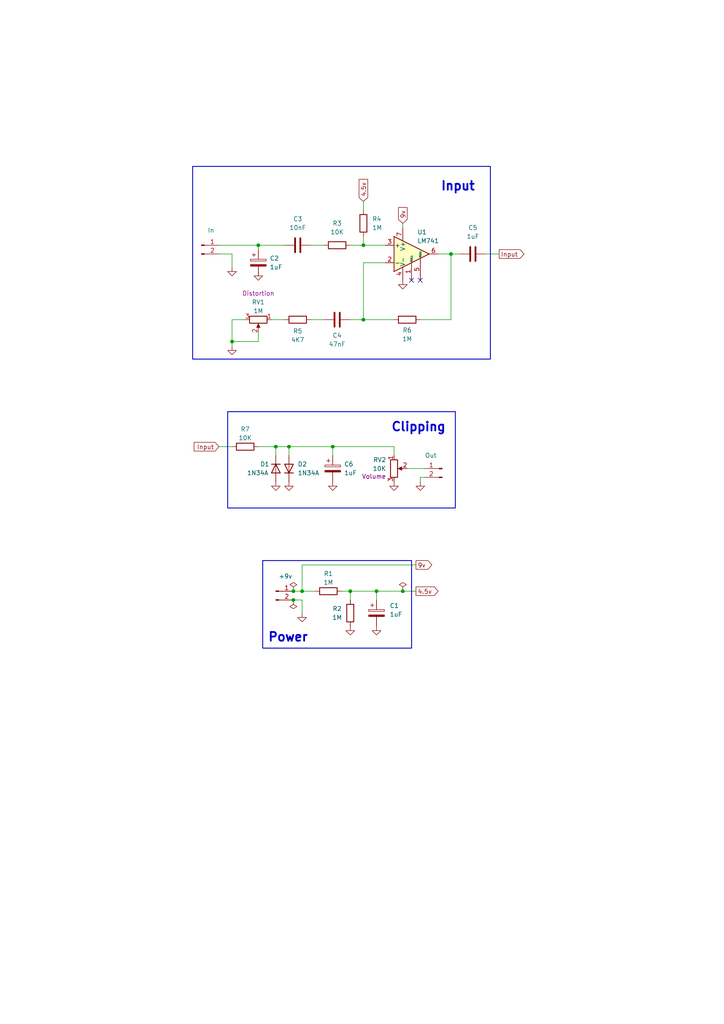
<source format=kicad_sch>
(kicad_sch
	(version 20231120)
	(generator "eeschema")
	(generator_version "8.0")
	(uuid "a32020eb-6b2b-4a23-b153-c90279dd1641")
	(paper "A4" portrait)
	(lib_symbols
		(symbol "Amplifier_Operational:LM741"
			(pin_names
				(offset 0.127)
			)
			(exclude_from_sim no)
			(in_bom yes)
			(on_board yes)
			(property "Reference" "U"
				(at 0 6.35 0)
				(effects
					(font
						(size 1.27 1.27)
					)
					(justify left)
				)
			)
			(property "Value" "LM741"
				(at 0 3.81 0)
				(effects
					(font
						(size 1.27 1.27)
					)
					(justify left)
				)
			)
			(property "Footprint" ""
				(at 1.27 1.27 0)
				(effects
					(font
						(size 1.27 1.27)
					)
					(hide yes)
				)
			)
			(property "Datasheet" "http://www.ti.com/lit/ds/symlink/lm741.pdf"
				(at 3.81 3.81 0)
				(effects
					(font
						(size 1.27 1.27)
					)
					(hide yes)
				)
			)
			(property "Description" "Operational Amplifier, DIP-8/TO-99-8"
				(at 0 0 0)
				(effects
					(font
						(size 1.27 1.27)
					)
					(hide yes)
				)
			)
			(property "ki_keywords" "single opamp"
				(at 0 0 0)
				(effects
					(font
						(size 1.27 1.27)
					)
					(hide yes)
				)
			)
			(property "ki_fp_filters" "SOIC*3.9x4.9mm*P1.27mm* DIP*W7.62mm* TSSOP*3x3mm*P0.65mm*"
				(at 0 0 0)
				(effects
					(font
						(size 1.27 1.27)
					)
					(hide yes)
				)
			)
			(symbol "LM741_0_1"
				(polyline
					(pts
						(xy -5.08 5.08) (xy 5.08 0) (xy -5.08 -5.08) (xy -5.08 5.08)
					)
					(stroke
						(width 0.254)
						(type default)
					)
					(fill
						(type background)
					)
				)
			)
			(symbol "LM741_1_1"
				(pin input line
					(at 0 -7.62 90)
					(length 5.08)
					(name "NULL"
						(effects
							(font
								(size 0.508 0.508)
							)
						)
					)
					(number "1"
						(effects
							(font
								(size 1.27 1.27)
							)
						)
					)
				)
				(pin input line
					(at -7.62 -2.54 0)
					(length 2.54)
					(name "-"
						(effects
							(font
								(size 1.27 1.27)
							)
						)
					)
					(number "2"
						(effects
							(font
								(size 1.27 1.27)
							)
						)
					)
				)
				(pin input line
					(at -7.62 2.54 0)
					(length 2.54)
					(name "+"
						(effects
							(font
								(size 1.27 1.27)
							)
						)
					)
					(number "3"
						(effects
							(font
								(size 1.27 1.27)
							)
						)
					)
				)
				(pin power_in line
					(at -2.54 -7.62 90)
					(length 3.81)
					(name "V-"
						(effects
							(font
								(size 1.27 1.27)
							)
						)
					)
					(number "4"
						(effects
							(font
								(size 1.27 1.27)
							)
						)
					)
				)
				(pin input line
					(at 2.54 -7.62 90)
					(length 6.35)
					(name "NULL"
						(effects
							(font
								(size 0.508 0.508)
							)
						)
					)
					(number "5"
						(effects
							(font
								(size 1.27 1.27)
							)
						)
					)
				)
				(pin output line
					(at 7.62 0 180)
					(length 2.54)
					(name "~"
						(effects
							(font
								(size 1.27 1.27)
							)
						)
					)
					(number "6"
						(effects
							(font
								(size 1.27 1.27)
							)
						)
					)
				)
				(pin power_in line
					(at -2.54 7.62 270)
					(length 3.81)
					(name "V+"
						(effects
							(font
								(size 1.27 1.27)
							)
						)
					)
					(number "7"
						(effects
							(font
								(size 1.27 1.27)
							)
						)
					)
				)
				(pin no_connect line
					(at 0 2.54 270)
					(length 2.54) hide
					(name "NC"
						(effects
							(font
								(size 1.27 1.27)
							)
						)
					)
					(number "8"
						(effects
							(font
								(size 1.27 1.27)
							)
						)
					)
				)
			)
		)
		(symbol "Connector:Conn_01x02_Pin"
			(pin_names
				(offset 1.016) hide)
			(exclude_from_sim no)
			(in_bom yes)
			(on_board yes)
			(property "Reference" "J"
				(at 0 2.54 0)
				(effects
					(font
						(size 1.27 1.27)
					)
				)
			)
			(property "Value" "Conn_01x02_Pin"
				(at 0 -5.08 0)
				(effects
					(font
						(size 1.27 1.27)
					)
				)
			)
			(property "Footprint" ""
				(at 0 0 0)
				(effects
					(font
						(size 1.27 1.27)
					)
					(hide yes)
				)
			)
			(property "Datasheet" "~"
				(at 0 0 0)
				(effects
					(font
						(size 1.27 1.27)
					)
					(hide yes)
				)
			)
			(property "Description" "Generic connector, single row, 01x02, script generated"
				(at 0 0 0)
				(effects
					(font
						(size 1.27 1.27)
					)
					(hide yes)
				)
			)
			(property "ki_locked" ""
				(at 0 0 0)
				(effects
					(font
						(size 1.27 1.27)
					)
				)
			)
			(property "ki_keywords" "connector"
				(at 0 0 0)
				(effects
					(font
						(size 1.27 1.27)
					)
					(hide yes)
				)
			)
			(property "ki_fp_filters" "Connector*:*_1x??_*"
				(at 0 0 0)
				(effects
					(font
						(size 1.27 1.27)
					)
					(hide yes)
				)
			)
			(symbol "Conn_01x02_Pin_1_1"
				(polyline
					(pts
						(xy 1.27 -2.54) (xy 0.8636 -2.54)
					)
					(stroke
						(width 0.1524)
						(type default)
					)
					(fill
						(type none)
					)
				)
				(polyline
					(pts
						(xy 1.27 0) (xy 0.8636 0)
					)
					(stroke
						(width 0.1524)
						(type default)
					)
					(fill
						(type none)
					)
				)
				(rectangle
					(start 0.8636 -2.413)
					(end 0 -2.667)
					(stroke
						(width 0.1524)
						(type default)
					)
					(fill
						(type outline)
					)
				)
				(rectangle
					(start 0.8636 0.127)
					(end 0 -0.127)
					(stroke
						(width 0.1524)
						(type default)
					)
					(fill
						(type outline)
					)
				)
				(pin passive line
					(at 5.08 0 180)
					(length 3.81)
					(name "Pin_1"
						(effects
							(font
								(size 1.27 1.27)
							)
						)
					)
					(number "1"
						(effects
							(font
								(size 1.27 1.27)
							)
						)
					)
				)
				(pin passive line
					(at 5.08 -2.54 180)
					(length 3.81)
					(name "Pin_2"
						(effects
							(font
								(size 1.27 1.27)
							)
						)
					)
					(number "2"
						(effects
							(font
								(size 1.27 1.27)
							)
						)
					)
				)
			)
		)
		(symbol "Device:C"
			(pin_numbers hide)
			(pin_names
				(offset 0.254)
			)
			(exclude_from_sim no)
			(in_bom yes)
			(on_board yes)
			(property "Reference" "C"
				(at 0.635 2.54 0)
				(effects
					(font
						(size 1.27 1.27)
					)
					(justify left)
				)
			)
			(property "Value" "C"
				(at 0.635 -2.54 0)
				(effects
					(font
						(size 1.27 1.27)
					)
					(justify left)
				)
			)
			(property "Footprint" ""
				(at 0.9652 -3.81 0)
				(effects
					(font
						(size 1.27 1.27)
					)
					(hide yes)
				)
			)
			(property "Datasheet" "~"
				(at 0 0 0)
				(effects
					(font
						(size 1.27 1.27)
					)
					(hide yes)
				)
			)
			(property "Description" "Unpolarized capacitor"
				(at 0 0 0)
				(effects
					(font
						(size 1.27 1.27)
					)
					(hide yes)
				)
			)
			(property "ki_keywords" "cap capacitor"
				(at 0 0 0)
				(effects
					(font
						(size 1.27 1.27)
					)
					(hide yes)
				)
			)
			(property "ki_fp_filters" "C_*"
				(at 0 0 0)
				(effects
					(font
						(size 1.27 1.27)
					)
					(hide yes)
				)
			)
			(symbol "C_0_1"
				(polyline
					(pts
						(xy -2.032 -0.762) (xy 2.032 -0.762)
					)
					(stroke
						(width 0.508)
						(type default)
					)
					(fill
						(type none)
					)
				)
				(polyline
					(pts
						(xy -2.032 0.762) (xy 2.032 0.762)
					)
					(stroke
						(width 0.508)
						(type default)
					)
					(fill
						(type none)
					)
				)
			)
			(symbol "C_1_1"
				(pin passive line
					(at 0 3.81 270)
					(length 2.794)
					(name "~"
						(effects
							(font
								(size 1.27 1.27)
							)
						)
					)
					(number "1"
						(effects
							(font
								(size 1.27 1.27)
							)
						)
					)
				)
				(pin passive line
					(at 0 -3.81 90)
					(length 2.794)
					(name "~"
						(effects
							(font
								(size 1.27 1.27)
							)
						)
					)
					(number "2"
						(effects
							(font
								(size 1.27 1.27)
							)
						)
					)
				)
			)
		)
		(symbol "Device:C_Polarized"
			(pin_numbers hide)
			(pin_names
				(offset 0.254)
			)
			(exclude_from_sim no)
			(in_bom yes)
			(on_board yes)
			(property "Reference" "C"
				(at 0.635 2.54 0)
				(effects
					(font
						(size 1.27 1.27)
					)
					(justify left)
				)
			)
			(property "Value" "C_Polarized"
				(at 0.635 -2.54 0)
				(effects
					(font
						(size 1.27 1.27)
					)
					(justify left)
				)
			)
			(property "Footprint" ""
				(at 0.9652 -3.81 0)
				(effects
					(font
						(size 1.27 1.27)
					)
					(hide yes)
				)
			)
			(property "Datasheet" "~"
				(at 0 0 0)
				(effects
					(font
						(size 1.27 1.27)
					)
					(hide yes)
				)
			)
			(property "Description" "Polarized capacitor"
				(at 0 0 0)
				(effects
					(font
						(size 1.27 1.27)
					)
					(hide yes)
				)
			)
			(property "ki_keywords" "cap capacitor"
				(at 0 0 0)
				(effects
					(font
						(size 1.27 1.27)
					)
					(hide yes)
				)
			)
			(property "ki_fp_filters" "CP_*"
				(at 0 0 0)
				(effects
					(font
						(size 1.27 1.27)
					)
					(hide yes)
				)
			)
			(symbol "C_Polarized_0_1"
				(rectangle
					(start -2.286 0.508)
					(end 2.286 1.016)
					(stroke
						(width 0)
						(type default)
					)
					(fill
						(type none)
					)
				)
				(polyline
					(pts
						(xy -1.778 2.286) (xy -0.762 2.286)
					)
					(stroke
						(width 0)
						(type default)
					)
					(fill
						(type none)
					)
				)
				(polyline
					(pts
						(xy -1.27 2.794) (xy -1.27 1.778)
					)
					(stroke
						(width 0)
						(type default)
					)
					(fill
						(type none)
					)
				)
				(rectangle
					(start 2.286 -0.508)
					(end -2.286 -1.016)
					(stroke
						(width 0)
						(type default)
					)
					(fill
						(type outline)
					)
				)
			)
			(symbol "C_Polarized_1_1"
				(pin passive line
					(at 0 3.81 270)
					(length 2.794)
					(name "~"
						(effects
							(font
								(size 1.27 1.27)
							)
						)
					)
					(number "1"
						(effects
							(font
								(size 1.27 1.27)
							)
						)
					)
				)
				(pin passive line
					(at 0 -3.81 90)
					(length 2.794)
					(name "~"
						(effects
							(font
								(size 1.27 1.27)
							)
						)
					)
					(number "2"
						(effects
							(font
								(size 1.27 1.27)
							)
						)
					)
				)
			)
		)
		(symbol "Device:D"
			(pin_numbers hide)
			(pin_names
				(offset 1.016) hide)
			(exclude_from_sim no)
			(in_bom yes)
			(on_board yes)
			(property "Reference" "D"
				(at 0 2.54 0)
				(effects
					(font
						(size 1.27 1.27)
					)
				)
			)
			(property "Value" "D"
				(at 0 -2.54 0)
				(effects
					(font
						(size 1.27 1.27)
					)
				)
			)
			(property "Footprint" ""
				(at 0 0 0)
				(effects
					(font
						(size 1.27 1.27)
					)
					(hide yes)
				)
			)
			(property "Datasheet" "~"
				(at 0 0 0)
				(effects
					(font
						(size 1.27 1.27)
					)
					(hide yes)
				)
			)
			(property "Description" "Diode"
				(at 0 0 0)
				(effects
					(font
						(size 1.27 1.27)
					)
					(hide yes)
				)
			)
			(property "Sim.Device" "D"
				(at 0 0 0)
				(effects
					(font
						(size 1.27 1.27)
					)
					(hide yes)
				)
			)
			(property "Sim.Pins" "1=K 2=A"
				(at 0 0 0)
				(effects
					(font
						(size 1.27 1.27)
					)
					(hide yes)
				)
			)
			(property "ki_keywords" "diode"
				(at 0 0 0)
				(effects
					(font
						(size 1.27 1.27)
					)
					(hide yes)
				)
			)
			(property "ki_fp_filters" "TO-???* *_Diode_* *SingleDiode* D_*"
				(at 0 0 0)
				(effects
					(font
						(size 1.27 1.27)
					)
					(hide yes)
				)
			)
			(symbol "D_0_1"
				(polyline
					(pts
						(xy -1.27 1.27) (xy -1.27 -1.27)
					)
					(stroke
						(width 0.254)
						(type default)
					)
					(fill
						(type none)
					)
				)
				(polyline
					(pts
						(xy 1.27 0) (xy -1.27 0)
					)
					(stroke
						(width 0)
						(type default)
					)
					(fill
						(type none)
					)
				)
				(polyline
					(pts
						(xy 1.27 1.27) (xy 1.27 -1.27) (xy -1.27 0) (xy 1.27 1.27)
					)
					(stroke
						(width 0.254)
						(type default)
					)
					(fill
						(type none)
					)
				)
			)
			(symbol "D_1_1"
				(pin passive line
					(at -3.81 0 0)
					(length 2.54)
					(name "K"
						(effects
							(font
								(size 1.27 1.27)
							)
						)
					)
					(number "1"
						(effects
							(font
								(size 1.27 1.27)
							)
						)
					)
				)
				(pin passive line
					(at 3.81 0 180)
					(length 2.54)
					(name "A"
						(effects
							(font
								(size 1.27 1.27)
							)
						)
					)
					(number "2"
						(effects
							(font
								(size 1.27 1.27)
							)
						)
					)
				)
			)
		)
		(symbol "Device:R"
			(pin_numbers hide)
			(pin_names
				(offset 0)
			)
			(exclude_from_sim no)
			(in_bom yes)
			(on_board yes)
			(property "Reference" "R"
				(at 2.032 0 90)
				(effects
					(font
						(size 1.27 1.27)
					)
				)
			)
			(property "Value" "R"
				(at 0 0 90)
				(effects
					(font
						(size 1.27 1.27)
					)
				)
			)
			(property "Footprint" ""
				(at -1.778 0 90)
				(effects
					(font
						(size 1.27 1.27)
					)
					(hide yes)
				)
			)
			(property "Datasheet" "~"
				(at 0 0 0)
				(effects
					(font
						(size 1.27 1.27)
					)
					(hide yes)
				)
			)
			(property "Description" "Resistor"
				(at 0 0 0)
				(effects
					(font
						(size 1.27 1.27)
					)
					(hide yes)
				)
			)
			(property "ki_keywords" "R res resistor"
				(at 0 0 0)
				(effects
					(font
						(size 1.27 1.27)
					)
					(hide yes)
				)
			)
			(property "ki_fp_filters" "R_*"
				(at 0 0 0)
				(effects
					(font
						(size 1.27 1.27)
					)
					(hide yes)
				)
			)
			(symbol "R_0_1"
				(rectangle
					(start -1.016 -2.54)
					(end 1.016 2.54)
					(stroke
						(width 0.254)
						(type default)
					)
					(fill
						(type none)
					)
				)
			)
			(symbol "R_1_1"
				(pin passive line
					(at 0 3.81 270)
					(length 1.27)
					(name "~"
						(effects
							(font
								(size 1.27 1.27)
							)
						)
					)
					(number "1"
						(effects
							(font
								(size 1.27 1.27)
							)
						)
					)
				)
				(pin passive line
					(at 0 -3.81 90)
					(length 1.27)
					(name "~"
						(effects
							(font
								(size 1.27 1.27)
							)
						)
					)
					(number "2"
						(effects
							(font
								(size 1.27 1.27)
							)
						)
					)
				)
			)
		)
		(symbol "Device:R_Potentiometer"
			(pin_names
				(offset 1.016) hide)
			(exclude_from_sim no)
			(in_bom yes)
			(on_board yes)
			(property "Reference" "RV"
				(at -4.445 0 90)
				(effects
					(font
						(size 1.27 1.27)
					)
				)
			)
			(property "Value" "R_Potentiometer"
				(at -2.54 0 90)
				(effects
					(font
						(size 1.27 1.27)
					)
				)
			)
			(property "Footprint" ""
				(at 0 0 0)
				(effects
					(font
						(size 1.27 1.27)
					)
					(hide yes)
				)
			)
			(property "Datasheet" "~"
				(at 0 0 0)
				(effects
					(font
						(size 1.27 1.27)
					)
					(hide yes)
				)
			)
			(property "Description" "Potentiometer"
				(at 0 0 0)
				(effects
					(font
						(size 1.27 1.27)
					)
					(hide yes)
				)
			)
			(property "ki_keywords" "resistor variable"
				(at 0 0 0)
				(effects
					(font
						(size 1.27 1.27)
					)
					(hide yes)
				)
			)
			(property "ki_fp_filters" "Potentiometer*"
				(at 0 0 0)
				(effects
					(font
						(size 1.27 1.27)
					)
					(hide yes)
				)
			)
			(symbol "R_Potentiometer_0_1"
				(polyline
					(pts
						(xy 2.54 0) (xy 1.524 0)
					)
					(stroke
						(width 0)
						(type default)
					)
					(fill
						(type none)
					)
				)
				(polyline
					(pts
						(xy 1.143 0) (xy 2.286 0.508) (xy 2.286 -0.508) (xy 1.143 0)
					)
					(stroke
						(width 0)
						(type default)
					)
					(fill
						(type outline)
					)
				)
				(rectangle
					(start 1.016 2.54)
					(end -1.016 -2.54)
					(stroke
						(width 0.254)
						(type default)
					)
					(fill
						(type none)
					)
				)
			)
			(symbol "R_Potentiometer_1_1"
				(pin passive line
					(at 0 3.81 270)
					(length 1.27)
					(name "1"
						(effects
							(font
								(size 1.27 1.27)
							)
						)
					)
					(number "1"
						(effects
							(font
								(size 1.27 1.27)
							)
						)
					)
				)
				(pin passive line
					(at 3.81 0 180)
					(length 1.27)
					(name "2"
						(effects
							(font
								(size 1.27 1.27)
							)
						)
					)
					(number "2"
						(effects
							(font
								(size 1.27 1.27)
							)
						)
					)
				)
				(pin passive line
					(at 0 -3.81 90)
					(length 1.27)
					(name "3"
						(effects
							(font
								(size 1.27 1.27)
							)
						)
					)
					(number "3"
						(effects
							(font
								(size 1.27 1.27)
							)
						)
					)
				)
			)
		)
		(symbol "power:GND"
			(power)
			(pin_numbers hide)
			(pin_names
				(offset 0) hide)
			(exclude_from_sim no)
			(in_bom yes)
			(on_board yes)
			(property "Reference" "#PWR"
				(at 0 -6.35 0)
				(effects
					(font
						(size 1.27 1.27)
					)
					(hide yes)
				)
			)
			(property "Value" "GND"
				(at 0 -3.81 0)
				(effects
					(font
						(size 1.27 1.27)
					)
				)
			)
			(property "Footprint" ""
				(at 0 0 0)
				(effects
					(font
						(size 1.27 1.27)
					)
					(hide yes)
				)
			)
			(property "Datasheet" ""
				(at 0 0 0)
				(effects
					(font
						(size 1.27 1.27)
					)
					(hide yes)
				)
			)
			(property "Description" "Power symbol creates a global label with name \"GND\" , ground"
				(at 0 0 0)
				(effects
					(font
						(size 1.27 1.27)
					)
					(hide yes)
				)
			)
			(property "ki_keywords" "global power"
				(at 0 0 0)
				(effects
					(font
						(size 1.27 1.27)
					)
					(hide yes)
				)
			)
			(symbol "GND_0_1"
				(polyline
					(pts
						(xy 0 0) (xy 0 -1.27) (xy 1.27 -1.27) (xy 0 -2.54) (xy -1.27 -1.27) (xy 0 -1.27)
					)
					(stroke
						(width 0)
						(type default)
					)
					(fill
						(type none)
					)
				)
			)
			(symbol "GND_1_1"
				(pin power_in line
					(at 0 0 270)
					(length 0)
					(name "~"
						(effects
							(font
								(size 1.27 1.27)
							)
						)
					)
					(number "1"
						(effects
							(font
								(size 1.27 1.27)
							)
						)
					)
				)
			)
		)
		(symbol "power:PWR_FLAG"
			(power)
			(pin_numbers hide)
			(pin_names
				(offset 0) hide)
			(exclude_from_sim no)
			(in_bom yes)
			(on_board yes)
			(property "Reference" "#FLG"
				(at 0 1.905 0)
				(effects
					(font
						(size 1.27 1.27)
					)
					(hide yes)
				)
			)
			(property "Value" "PWR_FLAG"
				(at 0 3.81 0)
				(effects
					(font
						(size 1.27 1.27)
					)
				)
			)
			(property "Footprint" ""
				(at 0 0 0)
				(effects
					(font
						(size 1.27 1.27)
					)
					(hide yes)
				)
			)
			(property "Datasheet" "~"
				(at 0 0 0)
				(effects
					(font
						(size 1.27 1.27)
					)
					(hide yes)
				)
			)
			(property "Description" "Special symbol for telling ERC where power comes from"
				(at 0 0 0)
				(effects
					(font
						(size 1.27 1.27)
					)
					(hide yes)
				)
			)
			(property "ki_keywords" "flag power"
				(at 0 0 0)
				(effects
					(font
						(size 1.27 1.27)
					)
					(hide yes)
				)
			)
			(symbol "PWR_FLAG_0_0"
				(pin power_out line
					(at 0 0 90)
					(length 0)
					(name "~"
						(effects
							(font
								(size 1.27 1.27)
							)
						)
					)
					(number "1"
						(effects
							(font
								(size 1.27 1.27)
							)
						)
					)
				)
			)
			(symbol "PWR_FLAG_0_1"
				(polyline
					(pts
						(xy 0 0) (xy 0 1.27) (xy -1.016 1.905) (xy 0 2.54) (xy 1.016 1.905) (xy 0 1.27)
					)
					(stroke
						(width 0)
						(type default)
					)
					(fill
						(type none)
					)
				)
			)
		)
	)
	(junction
		(at 85.09 173.99)
		(diameter 0)
		(color 0 0 0 0)
		(uuid "063dd520-7c8c-4a13-8a03-3eddddf0f0fe")
	)
	(junction
		(at 80.01 129.54)
		(diameter 0)
		(color 0 0 0 0)
		(uuid "2569b056-6ec6-48fa-b354-3eeaab3214f1")
	)
	(junction
		(at 85.09 171.45)
		(diameter 0)
		(color 0 0 0 0)
		(uuid "4297c4e6-8ca8-4cfe-8f09-8c7c17f32b62")
	)
	(junction
		(at 96.52 129.54)
		(diameter 0)
		(color 0 0 0 0)
		(uuid "462ffea5-be31-4a2e-8237-077937f135b3")
	)
	(junction
		(at 101.6 171.45)
		(diameter 0)
		(color 0 0 0 0)
		(uuid "4ecc37c8-e811-4ac1-9833-de42cbc75309")
	)
	(junction
		(at 130.81 73.66)
		(diameter 0)
		(color 0 0 0 0)
		(uuid "5ef6461a-008d-4fa8-af1f-a36047c86c2f")
	)
	(junction
		(at 67.31 99.06)
		(diameter 0)
		(color 0 0 0 0)
		(uuid "7b4f8922-ca02-4fe8-9fd1-a990b9363e1d")
	)
	(junction
		(at 87.63 171.45)
		(diameter 0)
		(color 0 0 0 0)
		(uuid "9cceb0b8-9a71-475f-aeb5-6c8097bbed9b")
	)
	(junction
		(at 83.82 129.54)
		(diameter 0)
		(color 0 0 0 0)
		(uuid "9daaa299-aeae-447d-a00e-235d2fcd3eb5")
	)
	(junction
		(at 109.22 171.45)
		(diameter 0)
		(color 0 0 0 0)
		(uuid "a0a786d0-48f3-4304-ad83-9a4e411df515")
	)
	(junction
		(at 105.41 71.12)
		(diameter 0)
		(color 0 0 0 0)
		(uuid "d185167a-0d39-430b-93ed-4d9048520e5f")
	)
	(junction
		(at 74.93 71.12)
		(diameter 0)
		(color 0 0 0 0)
		(uuid "d89b3fcb-42cd-4b41-bc0c-7d1fd6e0faa7")
	)
	(junction
		(at 105.41 92.71)
		(diameter 0)
		(color 0 0 0 0)
		(uuid "e5189fbc-9c8f-4b85-a860-634f7b96bf61")
	)
	(junction
		(at 116.84 171.45)
		(diameter 0)
		(color 0 0 0 0)
		(uuid "e5b7dc9e-11cb-4021-bb53-01ca5c9fa7b2")
	)
	(no_connect
		(at 121.92 81.28)
		(uuid "3c6c69c4-d25e-4ef7-8534-44589c9ff5ff")
	)
	(no_connect
		(at 119.38 81.28)
		(uuid "dc577880-a589-4715-925e-2c4626815cba")
	)
	(wire
		(pts
			(xy 109.22 171.45) (xy 109.22 173.99)
		)
		(stroke
			(width 0)
			(type default)
		)
		(uuid "02790ba6-3a17-4b87-9ef0-2fc05acc361e")
	)
	(wire
		(pts
			(xy 118.11 135.89) (xy 123.19 135.89)
		)
		(stroke
			(width 0)
			(type default)
		)
		(uuid "0e8c6961-5e35-4a1a-9ee2-8313af17d55b")
	)
	(wire
		(pts
			(xy 96.52 132.08) (xy 96.52 129.54)
		)
		(stroke
			(width 0)
			(type default)
		)
		(uuid "137404a1-a65e-47b0-866d-08805143d2ff")
	)
	(wire
		(pts
			(xy 116.84 171.45) (xy 120.65 171.45)
		)
		(stroke
			(width 0)
			(type default)
		)
		(uuid "15bf7b25-5a02-4619-baad-d1eb73d24f47")
	)
	(wire
		(pts
			(xy 74.93 129.54) (xy 80.01 129.54)
		)
		(stroke
			(width 0)
			(type default)
		)
		(uuid "16c84359-5a45-4434-bb87-78bed9704785")
	)
	(wire
		(pts
			(xy 87.63 163.83) (xy 87.63 171.45)
		)
		(stroke
			(width 0)
			(type default)
		)
		(uuid "1887ebf4-6f8f-4382-b68d-44bc16e44665")
	)
	(wire
		(pts
			(xy 74.93 99.06) (xy 67.31 99.06)
		)
		(stroke
			(width 0)
			(type default)
		)
		(uuid "1c6f81c7-bc48-491b-b519-6b7f211ede15")
	)
	(wire
		(pts
			(xy 116.84 64.77) (xy 116.84 66.04)
		)
		(stroke
			(width 0)
			(type default)
		)
		(uuid "1d3ba451-ab9c-430c-8bce-d11dad8f5973")
	)
	(wire
		(pts
			(xy 101.6 92.71) (xy 105.41 92.71)
		)
		(stroke
			(width 0)
			(type default)
		)
		(uuid "25c1acc6-b929-4e2f-9ded-c5dfe4afccea")
	)
	(wire
		(pts
			(xy 90.17 92.71) (xy 93.98 92.71)
		)
		(stroke
			(width 0)
			(type default)
		)
		(uuid "2de91d80-f738-44cc-a585-a178d22572bc")
	)
	(wire
		(pts
			(xy 71.12 92.71) (xy 67.31 92.71)
		)
		(stroke
			(width 0)
			(type default)
		)
		(uuid "34d01a89-a66b-4fd2-8d6c-b7f5606262c3")
	)
	(wire
		(pts
			(xy 105.41 71.12) (xy 111.76 71.12)
		)
		(stroke
			(width 0)
			(type default)
		)
		(uuid "353d6a82-2035-46e2-a9a3-3d0ff78b8ef2")
	)
	(wire
		(pts
			(xy 87.63 171.45) (xy 91.44 171.45)
		)
		(stroke
			(width 0)
			(type default)
		)
		(uuid "36d57e2b-e29c-4521-82f0-c50c93ddf2b1")
	)
	(wire
		(pts
			(xy 87.63 173.99) (xy 85.09 173.99)
		)
		(stroke
			(width 0)
			(type default)
		)
		(uuid "3834dddb-7115-43e9-9136-22fa4649ccf7")
	)
	(wire
		(pts
			(xy 63.5 129.54) (xy 67.31 129.54)
		)
		(stroke
			(width 0)
			(type default)
		)
		(uuid "3e4764a2-565c-4dfc-9366-4378d83b59b8")
	)
	(wire
		(pts
			(xy 101.6 173.99) (xy 101.6 171.45)
		)
		(stroke
			(width 0)
			(type default)
		)
		(uuid "44584e90-0208-4a49-b01e-3618fa816f6c")
	)
	(wire
		(pts
			(xy 80.01 132.08) (xy 80.01 129.54)
		)
		(stroke
			(width 0)
			(type default)
		)
		(uuid "45763507-3622-4849-9b12-748513f038a1")
	)
	(wire
		(pts
			(xy 67.31 73.66) (xy 63.5 73.66)
		)
		(stroke
			(width 0)
			(type default)
		)
		(uuid "46a97e4b-7a33-485f-9e96-9ffcdc410b09")
	)
	(wire
		(pts
			(xy 114.3 92.71) (xy 105.41 92.71)
		)
		(stroke
			(width 0)
			(type default)
		)
		(uuid "4ce297bb-511b-424e-b26c-c3da5adddc36")
	)
	(wire
		(pts
			(xy 83.82 132.08) (xy 83.82 129.54)
		)
		(stroke
			(width 0)
			(type default)
		)
		(uuid "5505abfb-bedf-41af-b7d0-e3a3f3924b50")
	)
	(wire
		(pts
			(xy 101.6 171.45) (xy 109.22 171.45)
		)
		(stroke
			(width 0)
			(type default)
		)
		(uuid "59c417bc-51c4-41fd-9f9b-7c4baa249276")
	)
	(wire
		(pts
			(xy 105.41 76.2) (xy 111.76 76.2)
		)
		(stroke
			(width 0)
			(type default)
		)
		(uuid "59f5d069-50f4-438f-a1d2-8953457e0a44")
	)
	(wire
		(pts
			(xy 67.31 92.71) (xy 67.31 99.06)
		)
		(stroke
			(width 0)
			(type default)
		)
		(uuid "5df11326-9a5f-4a00-8ce2-204eff3b1428")
	)
	(wire
		(pts
			(xy 127 73.66) (xy 130.81 73.66)
		)
		(stroke
			(width 0)
			(type default)
		)
		(uuid "603b34c0-6995-4ae4-be79-05bb82ea3b65")
	)
	(wire
		(pts
			(xy 114.3 132.08) (xy 114.3 129.54)
		)
		(stroke
			(width 0)
			(type default)
		)
		(uuid "625628ce-3954-4b37-82af-1a5cfc2abe63")
	)
	(wire
		(pts
			(xy 114.3 129.54) (xy 96.52 129.54)
		)
		(stroke
			(width 0)
			(type default)
		)
		(uuid "6996e578-f1fb-4797-92cb-aa620216bf3a")
	)
	(wire
		(pts
			(xy 67.31 77.47) (xy 67.31 73.66)
		)
		(stroke
			(width 0)
			(type default)
		)
		(uuid "69dde101-360f-4bf6-93ee-7a8d1d7f058e")
	)
	(wire
		(pts
			(xy 140.97 73.66) (xy 144.78 73.66)
		)
		(stroke
			(width 0)
			(type default)
		)
		(uuid "79a5a0eb-52df-4789-af6c-c0bea3303c31")
	)
	(wire
		(pts
			(xy 74.93 71.12) (xy 63.5 71.12)
		)
		(stroke
			(width 0)
			(type default)
		)
		(uuid "7b34b5c5-4a40-4a2d-be0a-3596a105ee16")
	)
	(wire
		(pts
			(xy 105.41 58.42) (xy 105.41 60.96)
		)
		(stroke
			(width 0)
			(type default)
		)
		(uuid "84576b7b-33ae-43a8-bd39-9f71f4dbe09e")
	)
	(wire
		(pts
			(xy 101.6 71.12) (xy 105.41 71.12)
		)
		(stroke
			(width 0)
			(type default)
		)
		(uuid "8917678d-4325-4294-a2aa-4c3ebce640a0")
	)
	(wire
		(pts
			(xy 120.65 163.83) (xy 87.63 163.83)
		)
		(stroke
			(width 0)
			(type default)
		)
		(uuid "8c4ffab2-9035-4fe8-9c6a-386cb68392a0")
	)
	(wire
		(pts
			(xy 85.09 171.45) (xy 87.63 171.45)
		)
		(stroke
			(width 0)
			(type default)
		)
		(uuid "91987f25-533a-4bff-a5ef-320f1b995c1d")
	)
	(wire
		(pts
			(xy 67.31 99.06) (xy 67.31 100.33)
		)
		(stroke
			(width 0)
			(type default)
		)
		(uuid "a0dc0a7e-1e31-438b-9191-3bade93eb14a")
	)
	(wire
		(pts
			(xy 90.17 71.12) (xy 93.98 71.12)
		)
		(stroke
			(width 0)
			(type default)
		)
		(uuid "a8c7a0c3-0d7a-4654-b270-2b582142e844")
	)
	(wire
		(pts
			(xy 130.81 73.66) (xy 133.35 73.66)
		)
		(stroke
			(width 0)
			(type default)
		)
		(uuid "a9ca2f0a-26e5-42a8-ab7d-f21aa52077ad")
	)
	(wire
		(pts
			(xy 130.81 92.71) (xy 130.81 73.66)
		)
		(stroke
			(width 0)
			(type default)
		)
		(uuid "aa6e51af-1a54-421b-874e-fc72db6a8731")
	)
	(wire
		(pts
			(xy 78.74 92.71) (xy 82.55 92.71)
		)
		(stroke
			(width 0)
			(type default)
		)
		(uuid "ac6c7ab0-dcf5-465c-94bc-2c947fe8c881")
	)
	(wire
		(pts
			(xy 74.93 71.12) (xy 82.55 71.12)
		)
		(stroke
			(width 0)
			(type default)
		)
		(uuid "b6d26c62-895e-45ff-bcb3-6fd694e4fb24")
	)
	(wire
		(pts
			(xy 121.92 138.43) (xy 121.92 139.7)
		)
		(stroke
			(width 0)
			(type default)
		)
		(uuid "b91b1b39-7da4-4ad1-818a-ae6d72a1757e")
	)
	(wire
		(pts
			(xy 74.93 72.39) (xy 74.93 71.12)
		)
		(stroke
			(width 0)
			(type default)
		)
		(uuid "c092cb6b-f5e6-446a-a448-dd6280a16a24")
	)
	(wire
		(pts
			(xy 123.19 138.43) (xy 121.92 138.43)
		)
		(stroke
			(width 0)
			(type default)
		)
		(uuid "c1c02d57-a0db-4bd6-859f-94baf8f2b574")
	)
	(wire
		(pts
			(xy 74.93 78.74) (xy 74.93 80.01)
		)
		(stroke
			(width 0)
			(type default)
		)
		(uuid "d5807b9f-8a9f-40a0-bd69-656959321d2d")
	)
	(wire
		(pts
			(xy 109.22 171.45) (xy 116.84 171.45)
		)
		(stroke
			(width 0)
			(type default)
		)
		(uuid "de7d5bcb-f631-4e1e-97b7-a8ca5552b999")
	)
	(wire
		(pts
			(xy 105.41 92.71) (xy 105.41 76.2)
		)
		(stroke
			(width 0)
			(type default)
		)
		(uuid "defab99f-1c35-42d6-9905-6b931644af6f")
	)
	(wire
		(pts
			(xy 96.52 129.54) (xy 83.82 129.54)
		)
		(stroke
			(width 0)
			(type default)
		)
		(uuid "e391a698-00d7-490e-be37-ccd07873232c")
	)
	(wire
		(pts
			(xy 121.92 92.71) (xy 130.81 92.71)
		)
		(stroke
			(width 0)
			(type default)
		)
		(uuid "e3d7230c-86dc-496b-84ad-8f50ddb942eb")
	)
	(wire
		(pts
			(xy 105.41 68.58) (xy 105.41 71.12)
		)
		(stroke
			(width 0)
			(type default)
		)
		(uuid "e78d04df-7851-47ec-a89a-e2034276ba22")
	)
	(wire
		(pts
			(xy 99.06 171.45) (xy 101.6 171.45)
		)
		(stroke
			(width 0)
			(type default)
		)
		(uuid "e945b1e5-005f-4a2a-b708-9189cf6976dc")
	)
	(wire
		(pts
			(xy 74.93 96.52) (xy 74.93 99.06)
		)
		(stroke
			(width 0)
			(type default)
		)
		(uuid "e96d290d-aa91-407a-8fb4-2acb2f13eb86")
	)
	(wire
		(pts
			(xy 87.63 177.8) (xy 87.63 173.99)
		)
		(stroke
			(width 0)
			(type default)
		)
		(uuid "f444a2d5-e560-46a3-8cd0-e0577a430d9e")
	)
	(wire
		(pts
			(xy 83.82 129.54) (xy 80.01 129.54)
		)
		(stroke
			(width 0)
			(type default)
		)
		(uuid "fa4275f9-c897-4693-83db-5df904fc360b")
	)
	(rectangle
		(start 66.04 119.38)
		(end 132.08 147.32)
		(stroke
			(width 0.254)
			(type default)
		)
		(fill
			(type none)
		)
		(uuid 0556ea0e-b8a6-48bb-8892-e86ae077d718)
	)
	(rectangle
		(start 55.88 48.26)
		(end 142.24 104.14)
		(stroke
			(width 0.254)
			(type default)
		)
		(fill
			(type none)
		)
		(uuid 2c8b3c08-5bce-4e87-971a-c804e7b18c89)
	)
	(rectangle
		(start 76.2 162.56)
		(end 119.38 187.96)
		(stroke
			(width 0.254)
			(type default)
		)
		(fill
			(type none)
		)
		(uuid e03f64e6-d1e1-46ef-b801-04a3f5815007)
	)
	(text "Input"
		(exclude_from_sim no)
		(at 132.842 54.102 0)
		(effects
			(font
				(size 2.54 2.54)
				(thickness 0.508)
				(bold yes)
			)
		)
		(uuid "69dec73e-b916-4feb-a1e1-8968dd51e33d")
	)
	(text "Clipping"
		(exclude_from_sim no)
		(at 121.412 123.952 0)
		(effects
			(font
				(size 2.54 2.54)
				(thickness 0.508)
				(bold yes)
			)
		)
		(uuid "6c3e9b82-a41d-42e1-bf7c-d8b09bd2a092")
	)
	(text "Power"
		(exclude_from_sim no)
		(at 83.566 184.912 0)
		(effects
			(font
				(size 2.54 2.54)
				(thickness 0.508)
				(bold yes)
			)
		)
		(uuid "96937225-3947-400d-bdfa-7462594a26fb")
	)
	(global_label "Input"
		(shape output)
		(at 144.78 73.66 0)
		(fields_autoplaced yes)
		(effects
			(font
				(size 1.27 1.27)
			)
			(justify left)
		)
		(uuid "2a73cef8-ef85-4ad2-9fb4-ed2900c4589b")
		(property "Intersheetrefs" "${INTERSHEET_REFS}"
			(at 152.5427 73.66 0)
			(effects
				(font
					(size 1.27 1.27)
				)
				(justify left)
				(hide yes)
			)
		)
	)
	(global_label "4.5v"
		(shape input)
		(at 105.41 58.42 90)
		(fields_autoplaced yes)
		(effects
			(font
				(size 1.27 1.27)
			)
			(justify left)
		)
		(uuid "495130c1-b28c-43f8-8ed6-7d202b1575ca")
		(property "Intersheetrefs" "${INTERSHEET_REFS}"
			(at 105.41 51.4434 90)
			(effects
				(font
					(size 1.27 1.27)
				)
				(justify left)
				(hide yes)
			)
		)
	)
	(global_label "Input"
		(shape input)
		(at 63.5 129.54 180)
		(fields_autoplaced yes)
		(effects
			(font
				(size 1.27 1.27)
			)
			(justify right)
		)
		(uuid "712d4baa-c768-4ea0-9ec1-0ed8558899fe")
		(property "Intersheetrefs" "${INTERSHEET_REFS}"
			(at 55.7373 129.54 0)
			(effects
				(font
					(size 1.27 1.27)
				)
				(justify right)
				(hide yes)
			)
		)
	)
	(global_label "9v"
		(shape input)
		(at 116.84 64.77 90)
		(fields_autoplaced yes)
		(effects
			(font
				(size 1.27 1.27)
			)
			(justify left)
		)
		(uuid "842927ed-dedc-40c8-b5e7-7ad73ccaa504")
		(property "Intersheetrefs" "${INTERSHEET_REFS}"
			(at 116.84 59.6077 90)
			(effects
				(font
					(size 1.27 1.27)
				)
				(justify left)
				(hide yes)
			)
		)
	)
	(global_label "4.5v"
		(shape output)
		(at 120.65 171.45 0)
		(fields_autoplaced yes)
		(effects
			(font
				(size 1.27 1.27)
			)
			(justify left)
		)
		(uuid "989fab54-9258-4a19-a09c-68d3e989aea8")
		(property "Intersheetrefs" "${INTERSHEET_REFS}"
			(at 127.6266 171.45 0)
			(effects
				(font
					(size 1.27 1.27)
				)
				(justify left)
				(hide yes)
			)
		)
	)
	(global_label "9v"
		(shape output)
		(at 120.65 163.83 0)
		(fields_autoplaced yes)
		(effects
			(font
				(size 1.27 1.27)
			)
			(justify left)
		)
		(uuid "e07d9cb9-265a-45f0-90f8-64cc46a296ff")
		(property "Intersheetrefs" "${INTERSHEET_REFS}"
			(at 125.8123 163.83 0)
			(effects
				(font
					(size 1.27 1.27)
				)
				(justify left)
				(hide yes)
			)
		)
	)
	(symbol
		(lib_id "Device:D")
		(at 80.01 135.89 270)
		(unit 1)
		(exclude_from_sim no)
		(in_bom yes)
		(on_board yes)
		(dnp no)
		(uuid "0047d6fa-a30f-4139-b4fc-c901663bd464")
		(property "Reference" "D1"
			(at 75.438 134.62 90)
			(effects
				(font
					(size 1.27 1.27)
				)
				(justify left)
			)
		)
		(property "Value" "1N34A"
			(at 71.628 137.16 90)
			(effects
				(font
					(size 1.27 1.27)
				)
				(justify left)
			)
		)
		(property "Footprint" "Diode_THT:D_DO-34_SOD68_P7.62mm_Horizontal"
			(at 80.01 135.89 0)
			(effects
				(font
					(size 1.27 1.27)
				)
				(hide yes)
			)
		)
		(property "Datasheet" "~"
			(at 80.01 135.89 0)
			(effects
				(font
					(size 1.27 1.27)
				)
				(hide yes)
			)
		)
		(property "Description" "Diode"
			(at 80.01 135.89 0)
			(effects
				(font
					(size 1.27 1.27)
				)
				(hide yes)
			)
		)
		(property "Sim.Device" "D"
			(at 80.01 135.89 0)
			(effects
				(font
					(size 1.27 1.27)
				)
				(hide yes)
			)
		)
		(property "Sim.Pins" "1=K 2=A"
			(at 80.01 135.89 0)
			(effects
				(font
					(size 1.27 1.27)
				)
				(hide yes)
			)
		)
		(pin "1"
			(uuid "e73ec19e-f92d-499f-95c0-9c4926c4b7f2")
		)
		(pin "2"
			(uuid "ad9fb5ae-f06c-4a38-a812-45ee71dba9c1")
		)
		(instances
			(project ""
				(path "/a32020eb-6b2b-4a23-b153-c90279dd1641"
					(reference "D1")
					(unit 1)
				)
			)
		)
	)
	(symbol
		(lib_id "power:GND")
		(at 87.63 177.8 0)
		(unit 1)
		(exclude_from_sim no)
		(in_bom yes)
		(on_board yes)
		(dnp no)
		(fields_autoplaced yes)
		(uuid "06e5f0bd-7b32-4588-8f6e-1ff8c43fe889")
		(property "Reference" "#PWR010"
			(at 87.63 184.15 0)
			(effects
				(font
					(size 1.27 1.27)
				)
				(hide yes)
			)
		)
		(property "Value" "GND"
			(at 87.63 182.88 0)
			(effects
				(font
					(size 1.27 1.27)
				)
				(hide yes)
			)
		)
		(property "Footprint" ""
			(at 87.63 177.8 0)
			(effects
				(font
					(size 1.27 1.27)
				)
				(hide yes)
			)
		)
		(property "Datasheet" ""
			(at 87.63 177.8 0)
			(effects
				(font
					(size 1.27 1.27)
				)
				(hide yes)
			)
		)
		(property "Description" "Power symbol creates a global label with name \"GND\" , ground"
			(at 87.63 177.8 0)
			(effects
				(font
					(size 1.27 1.27)
				)
				(hide yes)
			)
		)
		(pin "1"
			(uuid "c6287d13-147e-436a-a7e6-2e2838e29b9f")
		)
		(instances
			(project "MXR Distortion"
				(path "/a32020eb-6b2b-4a23-b153-c90279dd1641"
					(reference "#PWR010")
					(unit 1)
				)
			)
		)
	)
	(symbol
		(lib_id "Device:C")
		(at 97.79 92.71 270)
		(unit 1)
		(exclude_from_sim no)
		(in_bom yes)
		(on_board yes)
		(dnp no)
		(uuid "0d8ec44e-71d6-45c7-b18c-88cc1c658820")
		(property "Reference" "C4"
			(at 97.79 97.282 90)
			(effects
				(font
					(size 1.27 1.27)
				)
			)
		)
		(property "Value" "47nF"
			(at 97.79 99.822 90)
			(effects
				(font
					(size 1.27 1.27)
				)
			)
		)
		(property "Footprint" "Capacitor_THT:C_Rect_L7.2mm_W2.5mm_P5.00mm_FKS2_FKP2_MKS2_MKP2"
			(at 93.98 93.6752 0)
			(effects
				(font
					(size 1.27 1.27)
				)
				(hide yes)
			)
		)
		(property "Datasheet" "~"
			(at 97.79 92.71 0)
			(effects
				(font
					(size 1.27 1.27)
				)
				(hide yes)
			)
		)
		(property "Description" "Unpolarized capacitor"
			(at 97.79 92.71 0)
			(effects
				(font
					(size 1.27 1.27)
				)
				(hide yes)
			)
		)
		(pin "1"
			(uuid "10f58217-c085-4bdf-a265-b2019c451a0b")
		)
		(pin "2"
			(uuid "4211e87d-120b-4c90-95db-29d2fc60ffa7")
		)
		(instances
			(project "MXR Distortion"
				(path "/a32020eb-6b2b-4a23-b153-c90279dd1641"
					(reference "C4")
					(unit 1)
				)
			)
		)
	)
	(symbol
		(lib_id "Device:R")
		(at 95.25 171.45 90)
		(unit 1)
		(exclude_from_sim no)
		(in_bom yes)
		(on_board yes)
		(dnp no)
		(uuid "1327571b-f31d-4efd-88d1-7280d13c8782")
		(property "Reference" "R1"
			(at 95.25 166.37 90)
			(effects
				(font
					(size 1.27 1.27)
				)
			)
		)
		(property "Value" "1M"
			(at 95.25 168.91 90)
			(effects
				(font
					(size 1.27 1.27)
				)
			)
		)
		(property "Footprint" "Resistor_THT:R_Axial_DIN0207_L6.3mm_D2.5mm_P10.16mm_Horizontal"
			(at 95.25 173.228 90)
			(effects
				(font
					(size 1.27 1.27)
				)
				(hide yes)
			)
		)
		(property "Datasheet" "~"
			(at 95.25 171.45 0)
			(effects
				(font
					(size 1.27 1.27)
				)
				(hide yes)
			)
		)
		(property "Description" "Resistor"
			(at 95.25 171.45 0)
			(effects
				(font
					(size 1.27 1.27)
				)
				(hide yes)
			)
		)
		(pin "2"
			(uuid "e404dd28-6b29-4fbc-8f75-90647023dd7e")
		)
		(pin "1"
			(uuid "b60f6f5d-bd0b-48c5-a54a-1d171b90bcbd")
		)
		(instances
			(project "MXR Distortion"
				(path "/a32020eb-6b2b-4a23-b153-c90279dd1641"
					(reference "R1")
					(unit 1)
				)
			)
		)
	)
	(symbol
		(lib_id "power:GND")
		(at 74.93 78.74 0)
		(unit 1)
		(exclude_from_sim no)
		(in_bom yes)
		(on_board yes)
		(dnp no)
		(fields_autoplaced yes)
		(uuid "1b519c37-16f9-4c7a-a609-d0d57fd3249f")
		(property "Reference" "#PWR02"
			(at 74.93 85.09 0)
			(effects
				(font
					(size 1.27 1.27)
				)
				(hide yes)
			)
		)
		(property "Value" "GND"
			(at 74.93 83.82 0)
			(effects
				(font
					(size 1.27 1.27)
				)
				(hide yes)
			)
		)
		(property "Footprint" ""
			(at 74.93 78.74 0)
			(effects
				(font
					(size 1.27 1.27)
				)
				(hide yes)
			)
		)
		(property "Datasheet" ""
			(at 74.93 78.74 0)
			(effects
				(font
					(size 1.27 1.27)
				)
				(hide yes)
			)
		)
		(property "Description" "Power symbol creates a global label with name \"GND\" , ground"
			(at 74.93 78.74 0)
			(effects
				(font
					(size 1.27 1.27)
				)
				(hide yes)
			)
		)
		(pin "1"
			(uuid "1e44adef-9500-4c1c-8a45-3c592e35e7c7")
		)
		(instances
			(project "MXR Distortion"
				(path "/a32020eb-6b2b-4a23-b153-c90279dd1641"
					(reference "#PWR02")
					(unit 1)
				)
			)
		)
	)
	(symbol
		(lib_id "Connector:Conn_01x02_Pin")
		(at 80.01 171.45 0)
		(unit 1)
		(exclude_from_sim no)
		(in_bom yes)
		(on_board yes)
		(dnp no)
		(uuid "2a9b1be4-0855-479b-8e40-b288df5d9735")
		(property "Reference" "J3"
			(at 80.645 166.37 0)
			(effects
				(font
					(size 1.27 1.27)
				)
				(hide yes)
			)
		)
		(property "Value" "+9v"
			(at 82.804 167.132 0)
			(effects
				(font
					(size 1.27 1.27)
				)
			)
		)
		(property "Footprint" "Connector_PinHeader_2.54mm:PinHeader_1x02_P2.54mm_Horizontal"
			(at 80.01 171.45 0)
			(effects
				(font
					(size 1.27 1.27)
				)
				(hide yes)
			)
		)
		(property "Datasheet" "~"
			(at 80.01 171.45 0)
			(effects
				(font
					(size 1.27 1.27)
				)
				(hide yes)
			)
		)
		(property "Description" "Generic connector, single row, 01x02, script generated"
			(at 80.01 171.45 0)
			(effects
				(font
					(size 1.27 1.27)
				)
				(hide yes)
			)
		)
		(pin "1"
			(uuid "6d9ff67c-a9fc-43c5-8c92-95bf50486949")
		)
		(pin "2"
			(uuid "08c99d12-2943-4276-9d13-6ece4725b04e")
		)
		(instances
			(project "MXR Distortion"
				(path "/a32020eb-6b2b-4a23-b153-c90279dd1641"
					(reference "J3")
					(unit 1)
				)
			)
		)
	)
	(symbol
		(lib_id "Device:C_Polarized")
		(at 109.22 177.8 0)
		(unit 1)
		(exclude_from_sim no)
		(in_bom yes)
		(on_board yes)
		(dnp no)
		(fields_autoplaced yes)
		(uuid "32bf6c2f-11d8-4348-ae4f-cc545c28d427")
		(property "Reference" "C1"
			(at 113.03 175.6409 0)
			(effects
				(font
					(size 1.27 1.27)
				)
				(justify left)
			)
		)
		(property "Value" "1uF"
			(at 113.03 178.1809 0)
			(effects
				(font
					(size 1.27 1.27)
				)
				(justify left)
			)
		)
		(property "Footprint" "Capacitor_THT:CP_Radial_D5.0mm_P2.00mm"
			(at 110.1852 181.61 0)
			(effects
				(font
					(size 1.27 1.27)
				)
				(hide yes)
			)
		)
		(property "Datasheet" "~"
			(at 109.22 177.8 0)
			(effects
				(font
					(size 1.27 1.27)
				)
				(hide yes)
			)
		)
		(property "Description" "Polarized capacitor"
			(at 109.22 177.8 0)
			(effects
				(font
					(size 1.27 1.27)
				)
				(hide yes)
			)
		)
		(pin "1"
			(uuid "6e975e40-ecf7-4733-a73c-81462714fce4")
		)
		(pin "2"
			(uuid "e2750af8-dd19-418b-aae9-83001137169e")
		)
		(instances
			(project ""
				(path "/a32020eb-6b2b-4a23-b153-c90279dd1641"
					(reference "C1")
					(unit 1)
				)
			)
		)
	)
	(symbol
		(lib_id "Device:R")
		(at 71.12 129.54 90)
		(unit 1)
		(exclude_from_sim no)
		(in_bom yes)
		(on_board yes)
		(dnp no)
		(uuid "32fc8ccd-f99c-4505-9f36-4eacf774c6d5")
		(property "Reference" "R7"
			(at 71.12 124.46 90)
			(effects
				(font
					(size 1.27 1.27)
				)
			)
		)
		(property "Value" "10K"
			(at 71.12 127 90)
			(effects
				(font
					(size 1.27 1.27)
				)
			)
		)
		(property "Footprint" "Resistor_THT:R_Axial_DIN0207_L6.3mm_D2.5mm_P10.16mm_Horizontal"
			(at 71.12 131.318 90)
			(effects
				(font
					(size 1.27 1.27)
				)
				(hide yes)
			)
		)
		(property "Datasheet" "~"
			(at 71.12 129.54 0)
			(effects
				(font
					(size 1.27 1.27)
				)
				(hide yes)
			)
		)
		(property "Description" "Resistor"
			(at 71.12 129.54 0)
			(effects
				(font
					(size 1.27 1.27)
				)
				(hide yes)
			)
		)
		(pin "2"
			(uuid "be13a1a8-4737-473a-89a2-f59371181857")
		)
		(pin "1"
			(uuid "3d810340-1a34-4dfa-98fc-61b504cbf9d3")
		)
		(instances
			(project "MXR Distortion"
				(path "/a32020eb-6b2b-4a23-b153-c90279dd1641"
					(reference "R7")
					(unit 1)
				)
			)
		)
	)
	(symbol
		(lib_id "Device:R")
		(at 105.41 64.77 180)
		(unit 1)
		(exclude_from_sim no)
		(in_bom yes)
		(on_board yes)
		(dnp no)
		(fields_autoplaced yes)
		(uuid "44dac2b4-f93c-4e6c-a101-f05578a722d8")
		(property "Reference" "R4"
			(at 107.95 63.4999 0)
			(effects
				(font
					(size 1.27 1.27)
				)
				(justify right)
			)
		)
		(property "Value" "1M"
			(at 107.95 66.0399 0)
			(effects
				(font
					(size 1.27 1.27)
				)
				(justify right)
			)
		)
		(property "Footprint" "Resistor_THT:R_Axial_DIN0207_L6.3mm_D2.5mm_P10.16mm_Horizontal"
			(at 107.188 64.77 90)
			(effects
				(font
					(size 1.27 1.27)
				)
				(hide yes)
			)
		)
		(property "Datasheet" "~"
			(at 105.41 64.77 0)
			(effects
				(font
					(size 1.27 1.27)
				)
				(hide yes)
			)
		)
		(property "Description" "Resistor"
			(at 105.41 64.77 0)
			(effects
				(font
					(size 1.27 1.27)
				)
				(hide yes)
			)
		)
		(pin "2"
			(uuid "8109ddd5-ae7c-4f02-b805-15d3406e982d")
		)
		(pin "1"
			(uuid "5a71de25-e707-4b87-b05f-934cb56f7c26")
		)
		(instances
			(project "MXR Distortion"
				(path "/a32020eb-6b2b-4a23-b153-c90279dd1641"
					(reference "R4")
					(unit 1)
				)
			)
		)
	)
	(symbol
		(lib_id "power:GND")
		(at 114.3 139.7 0)
		(unit 1)
		(exclude_from_sim no)
		(in_bom yes)
		(on_board yes)
		(dnp no)
		(fields_autoplaced yes)
		(uuid "465ed582-dff0-4509-9aa5-1900248c0e1b")
		(property "Reference" "#PWR08"
			(at 114.3 146.05 0)
			(effects
				(font
					(size 1.27 1.27)
				)
				(hide yes)
			)
		)
		(property "Value" "GND"
			(at 114.3 144.78 0)
			(effects
				(font
					(size 1.27 1.27)
				)
				(hide yes)
			)
		)
		(property "Footprint" ""
			(at 114.3 139.7 0)
			(effects
				(font
					(size 1.27 1.27)
				)
				(hide yes)
			)
		)
		(property "Datasheet" ""
			(at 114.3 139.7 0)
			(effects
				(font
					(size 1.27 1.27)
				)
				(hide yes)
			)
		)
		(property "Description" "Power symbol creates a global label with name \"GND\" , ground"
			(at 114.3 139.7 0)
			(effects
				(font
					(size 1.27 1.27)
				)
				(hide yes)
			)
		)
		(pin "1"
			(uuid "059569f0-6522-49d9-9ba5-c6cd80eb9551")
		)
		(instances
			(project "MXR Distortion"
				(path "/a32020eb-6b2b-4a23-b153-c90279dd1641"
					(reference "#PWR08")
					(unit 1)
				)
			)
		)
	)
	(symbol
		(lib_id "power:GND")
		(at 96.52 139.7 0)
		(unit 1)
		(exclude_from_sim no)
		(in_bom yes)
		(on_board yes)
		(dnp no)
		(fields_autoplaced yes)
		(uuid "54af2556-9cb4-4131-a339-bc940e4422e3")
		(property "Reference" "#PWR07"
			(at 96.52 146.05 0)
			(effects
				(font
					(size 1.27 1.27)
				)
				(hide yes)
			)
		)
		(property "Value" "GND"
			(at 96.52 144.78 0)
			(effects
				(font
					(size 1.27 1.27)
				)
				(hide yes)
			)
		)
		(property "Footprint" ""
			(at 96.52 139.7 0)
			(effects
				(font
					(size 1.27 1.27)
				)
				(hide yes)
			)
		)
		(property "Datasheet" ""
			(at 96.52 139.7 0)
			(effects
				(font
					(size 1.27 1.27)
				)
				(hide yes)
			)
		)
		(property "Description" "Power symbol creates a global label with name \"GND\" , ground"
			(at 96.52 139.7 0)
			(effects
				(font
					(size 1.27 1.27)
				)
				(hide yes)
			)
		)
		(pin "1"
			(uuid "5f7786fc-6848-4a7b-ba67-b05514717878")
		)
		(instances
			(project "MXR Distortion"
				(path "/a32020eb-6b2b-4a23-b153-c90279dd1641"
					(reference "#PWR07")
					(unit 1)
				)
			)
		)
	)
	(symbol
		(lib_id "power:GND")
		(at 67.31 100.33 0)
		(unit 1)
		(exclude_from_sim no)
		(in_bom yes)
		(on_board yes)
		(dnp no)
		(fields_autoplaced yes)
		(uuid "5f44e1a4-d065-4a12-af85-7bc5fdb0fb1b")
		(property "Reference" "#PWR04"
			(at 67.31 106.68 0)
			(effects
				(font
					(size 1.27 1.27)
				)
				(hide yes)
			)
		)
		(property "Value" "GND"
			(at 67.31 105.41 0)
			(effects
				(font
					(size 1.27 1.27)
				)
				(hide yes)
			)
		)
		(property "Footprint" ""
			(at 67.31 100.33 0)
			(effects
				(font
					(size 1.27 1.27)
				)
				(hide yes)
			)
		)
		(property "Datasheet" ""
			(at 67.31 100.33 0)
			(effects
				(font
					(size 1.27 1.27)
				)
				(hide yes)
			)
		)
		(property "Description" "Power symbol creates a global label with name \"GND\" , ground"
			(at 67.31 100.33 0)
			(effects
				(font
					(size 1.27 1.27)
				)
				(hide yes)
			)
		)
		(pin "1"
			(uuid "2361246d-0653-4293-82f1-7ab47cd6e7ad")
		)
		(instances
			(project "MXR Distortion"
				(path "/a32020eb-6b2b-4a23-b153-c90279dd1641"
					(reference "#PWR04")
					(unit 1)
				)
			)
		)
	)
	(symbol
		(lib_id "Device:C")
		(at 86.36 71.12 270)
		(unit 1)
		(exclude_from_sim no)
		(in_bom yes)
		(on_board yes)
		(dnp no)
		(fields_autoplaced yes)
		(uuid "607fc019-fc35-4f52-9e43-812a5ade4e66")
		(property "Reference" "C3"
			(at 86.36 63.5 90)
			(effects
				(font
					(size 1.27 1.27)
				)
			)
		)
		(property "Value" "10nF"
			(at 86.36 66.04 90)
			(effects
				(font
					(size 1.27 1.27)
				)
			)
		)
		(property "Footprint" "Capacitor_THT:C_Rect_L7.2mm_W2.5mm_P5.00mm_FKS2_FKP2_MKS2_MKP2"
			(at 82.55 72.0852 0)
			(effects
				(font
					(size 1.27 1.27)
				)
				(hide yes)
			)
		)
		(property "Datasheet" "~"
			(at 86.36 71.12 0)
			(effects
				(font
					(size 1.27 1.27)
				)
				(hide yes)
			)
		)
		(property "Description" "Unpolarized capacitor"
			(at 86.36 71.12 0)
			(effects
				(font
					(size 1.27 1.27)
				)
				(hide yes)
			)
		)
		(pin "1"
			(uuid "ec7e2c85-4abe-4bbd-b65e-e7cf7b153441")
		)
		(pin "2"
			(uuid "38c8d7cd-731b-4aa8-8e9f-23be2d14dbd3")
		)
		(instances
			(project "MXR Distortion"
				(path "/a32020eb-6b2b-4a23-b153-c90279dd1641"
					(reference "C3")
					(unit 1)
				)
			)
		)
	)
	(symbol
		(lib_id "Device:C")
		(at 137.16 73.66 270)
		(unit 1)
		(exclude_from_sim no)
		(in_bom yes)
		(on_board yes)
		(dnp no)
		(fields_autoplaced yes)
		(uuid "6366e742-a89a-4d1e-9879-5f937953454f")
		(property "Reference" "C5"
			(at 137.16 66.04 90)
			(effects
				(font
					(size 1.27 1.27)
				)
			)
		)
		(property "Value" "1uF"
			(at 137.16 68.58 90)
			(effects
				(font
					(size 1.27 1.27)
				)
			)
		)
		(property "Footprint" "Capacitor_THT:C_Rect_L9.0mm_W5.1mm_P7.50mm_MKT"
			(at 133.35 74.6252 0)
			(effects
				(font
					(size 1.27 1.27)
				)
				(hide yes)
			)
		)
		(property "Datasheet" "~"
			(at 137.16 73.66 0)
			(effects
				(font
					(size 1.27 1.27)
				)
				(hide yes)
			)
		)
		(property "Description" "Unpolarized capacitor"
			(at 137.16 73.66 0)
			(effects
				(font
					(size 1.27 1.27)
				)
				(hide yes)
			)
		)
		(pin "1"
			(uuid "11740aec-32fa-44c1-9cb6-4920468603c2")
		)
		(pin "2"
			(uuid "c4b5815f-9c76-4108-91c0-bd6b61836058")
		)
		(instances
			(project "MXR Distortion"
				(path "/a32020eb-6b2b-4a23-b153-c90279dd1641"
					(reference "C5")
					(unit 1)
				)
			)
		)
	)
	(symbol
		(lib_id "Device:R_Potentiometer")
		(at 114.3 135.89 0)
		(unit 1)
		(exclude_from_sim no)
		(in_bom yes)
		(on_board yes)
		(dnp no)
		(uuid "64998875-a15b-4517-8580-b1682d0e8324")
		(property "Reference" "RV2"
			(at 112.014 133.35 0)
			(effects
				(font
					(size 1.27 1.27)
				)
				(justify right)
			)
		)
		(property "Value" "10K"
			(at 112.014 135.89 0)
			(effects
				(font
					(size 1.27 1.27)
				)
				(justify right)
			)
		)
		(property "Footprint" "Connector_PinHeader_2.54mm:PinHeader_1x03_P2.54mm_Horizontal"
			(at 114.3 135.89 0)
			(effects
				(font
					(size 1.27 1.27)
				)
				(hide yes)
			)
		)
		(property "Datasheet" "~"
			(at 114.3 135.89 0)
			(effects
				(font
					(size 1.27 1.27)
				)
				(hide yes)
			)
		)
		(property "Description" "Potentiometer"
			(at 114.3 135.89 0)
			(effects
				(font
					(size 1.27 1.27)
				)
				(hide yes)
			)
		)
		(property "Type" "Volume"
			(at 108.458 138.1761 0)
			(effects
				(font
					(size 1.27 1.27)
				)
			)
		)
		(pin "1"
			(uuid "177e228b-538b-41b5-979b-90c5e7aaa794")
		)
		(pin "3"
			(uuid "6eb2ca36-f8ce-4053-a28f-96a1a4efad38")
		)
		(pin "2"
			(uuid "c0e1fc72-50c9-47ed-b3eb-7d0e721046e3")
		)
		(instances
			(project "MXR Distortion"
				(path "/a32020eb-6b2b-4a23-b153-c90279dd1641"
					(reference "RV2")
					(unit 1)
				)
			)
		)
	)
	(symbol
		(lib_id "Connector:Conn_01x02_Pin")
		(at 58.42 71.12 0)
		(unit 1)
		(exclude_from_sim no)
		(in_bom yes)
		(on_board yes)
		(dnp no)
		(uuid "682b0faf-44de-401b-b178-db70ff475ce9")
		(property "Reference" "J1"
			(at 59.055 66.04 0)
			(effects
				(font
					(size 1.27 1.27)
				)
				(hide yes)
			)
		)
		(property "Value" "In"
			(at 61.214 66.802 0)
			(effects
				(font
					(size 1.27 1.27)
				)
			)
		)
		(property "Footprint" "Connector_PinHeader_2.54mm:PinHeader_1x02_P2.54mm_Horizontal"
			(at 58.42 71.12 0)
			(effects
				(font
					(size 1.27 1.27)
				)
				(hide yes)
			)
		)
		(property "Datasheet" "~"
			(at 58.42 71.12 0)
			(effects
				(font
					(size 1.27 1.27)
				)
				(hide yes)
			)
		)
		(property "Description" "Generic connector, single row, 01x02, script generated"
			(at 58.42 71.12 0)
			(effects
				(font
					(size 1.27 1.27)
				)
				(hide yes)
			)
		)
		(pin "1"
			(uuid "b1f35c3e-f49c-482b-8ae9-4245a76141d2")
		)
		(pin "2"
			(uuid "2f0a8f02-1958-4163-a059-71a819f2a4f6")
		)
		(instances
			(project ""
				(path "/a32020eb-6b2b-4a23-b153-c90279dd1641"
					(reference "J1")
					(unit 1)
				)
			)
		)
	)
	(symbol
		(lib_id "power:GND")
		(at 101.6 181.61 0)
		(unit 1)
		(exclude_from_sim no)
		(in_bom yes)
		(on_board yes)
		(dnp no)
		(fields_autoplaced yes)
		(uuid "6e084ce9-deea-41bb-9e18-a64e758937bd")
		(property "Reference" "#PWR011"
			(at 101.6 187.96 0)
			(effects
				(font
					(size 1.27 1.27)
				)
				(hide yes)
			)
		)
		(property "Value" "GND"
			(at 101.6 186.69 0)
			(effects
				(font
					(size 1.27 1.27)
				)
				(hide yes)
			)
		)
		(property "Footprint" ""
			(at 101.6 181.61 0)
			(effects
				(font
					(size 1.27 1.27)
				)
				(hide yes)
			)
		)
		(property "Datasheet" ""
			(at 101.6 181.61 0)
			(effects
				(font
					(size 1.27 1.27)
				)
				(hide yes)
			)
		)
		(property "Description" "Power symbol creates a global label with name \"GND\" , ground"
			(at 101.6 181.61 0)
			(effects
				(font
					(size 1.27 1.27)
				)
				(hide yes)
			)
		)
		(pin "1"
			(uuid "64166809-2acc-4d5a-bbda-945d343333db")
		)
		(instances
			(project "MXR Distortion"
				(path "/a32020eb-6b2b-4a23-b153-c90279dd1641"
					(reference "#PWR011")
					(unit 1)
				)
			)
		)
	)
	(symbol
		(lib_id "Device:R_Potentiometer")
		(at 74.93 92.71 270)
		(unit 1)
		(exclude_from_sim no)
		(in_bom yes)
		(on_board yes)
		(dnp no)
		(uuid "7117e54f-8102-4371-9f4a-19dc0184d513")
		(property "Reference" "RV1"
			(at 74.93 87.63 90)
			(effects
				(font
					(size 1.27 1.27)
				)
			)
		)
		(property "Value" "1M"
			(at 74.93 90.17 90)
			(effects
				(font
					(size 1.27 1.27)
				)
			)
		)
		(property "Footprint" "Connector_PinHeader_2.54mm:PinHeader_1x03_P2.54mm_Horizontal"
			(at 74.93 92.71 0)
			(effects
				(font
					(size 1.27 1.27)
				)
				(hide yes)
			)
		)
		(property "Datasheet" "~"
			(at 74.93 92.71 0)
			(effects
				(font
					(size 1.27 1.27)
				)
				(hide yes)
			)
		)
		(property "Description" "Potentiometer"
			(at 74.93 92.71 0)
			(effects
				(font
					(size 1.27 1.27)
				)
				(hide yes)
			)
		)
		(property "Type" "Distortion"
			(at 74.93 85.09 90)
			(effects
				(font
					(size 1.27 1.27)
				)
			)
		)
		(pin "1"
			(uuid "133318f0-8bb7-4903-a549-d4abab3b6aa6")
		)
		(pin "3"
			(uuid "85a82cbc-6623-494e-a160-7ecb1bdcf07f")
		)
		(pin "2"
			(uuid "92d6c55f-f184-4097-8526-333cb5d01b8b")
		)
		(instances
			(project ""
				(path "/a32020eb-6b2b-4a23-b153-c90279dd1641"
					(reference "RV1")
					(unit 1)
				)
			)
		)
	)
	(symbol
		(lib_id "Connector:Conn_01x02_Pin")
		(at 128.27 135.89 0)
		(mirror y)
		(unit 1)
		(exclude_from_sim no)
		(in_bom yes)
		(on_board yes)
		(dnp no)
		(uuid "728aaa8e-0610-4bb1-8afa-fdebc4dab876")
		(property "Reference" "J2"
			(at 127.635 130.81 0)
			(effects
				(font
					(size 1.27 1.27)
				)
				(hide yes)
			)
		)
		(property "Value" "Out"
			(at 124.968 132.08 0)
			(effects
				(font
					(size 1.27 1.27)
				)
			)
		)
		(property "Footprint" "Connector_PinHeader_2.54mm:PinHeader_1x02_P2.54mm_Horizontal"
			(at 128.27 135.89 0)
			(effects
				(font
					(size 1.27 1.27)
				)
				(hide yes)
			)
		)
		(property "Datasheet" "~"
			(at 128.27 135.89 0)
			(effects
				(font
					(size 1.27 1.27)
				)
				(hide yes)
			)
		)
		(property "Description" "Generic connector, single row, 01x02, script generated"
			(at 128.27 135.89 0)
			(effects
				(font
					(size 1.27 1.27)
				)
				(hide yes)
			)
		)
		(pin "1"
			(uuid "10d80d8d-0539-4740-a677-06cf9fee65fa")
		)
		(pin "2"
			(uuid "f70ff908-dbbe-4339-af21-f87c5321dc7b")
		)
		(instances
			(project ""
				(path "/a32020eb-6b2b-4a23-b153-c90279dd1641"
					(reference "J2")
					(unit 1)
				)
			)
		)
	)
	(symbol
		(lib_id "Device:R")
		(at 97.79 71.12 90)
		(unit 1)
		(exclude_from_sim no)
		(in_bom yes)
		(on_board yes)
		(dnp no)
		(fields_autoplaced yes)
		(uuid "9fa2188b-fb8f-4481-9742-11df76baa999")
		(property "Reference" "R3"
			(at 97.79 64.77 90)
			(effects
				(font
					(size 1.27 1.27)
				)
			)
		)
		(property "Value" "10K"
			(at 97.79 67.31 90)
			(effects
				(font
					(size 1.27 1.27)
				)
			)
		)
		(property "Footprint" "Resistor_THT:R_Axial_DIN0207_L6.3mm_D2.5mm_P10.16mm_Horizontal"
			(at 97.79 72.898 90)
			(effects
				(font
					(size 1.27 1.27)
				)
				(hide yes)
			)
		)
		(property "Datasheet" "~"
			(at 97.79 71.12 0)
			(effects
				(font
					(size 1.27 1.27)
				)
				(hide yes)
			)
		)
		(property "Description" "Resistor"
			(at 97.79 71.12 0)
			(effects
				(font
					(size 1.27 1.27)
				)
				(hide yes)
			)
		)
		(pin "2"
			(uuid "9ec30187-4598-4b60-80e8-5a4b6f2728c8")
		)
		(pin "1"
			(uuid "6df705e1-e8e2-4f2c-a06f-5df58a8a06f2")
		)
		(instances
			(project ""
				(path "/a32020eb-6b2b-4a23-b153-c90279dd1641"
					(reference "R3")
					(unit 1)
				)
			)
		)
	)
	(symbol
		(lib_id "power:GND")
		(at 109.22 181.61 0)
		(unit 1)
		(exclude_from_sim no)
		(in_bom yes)
		(on_board yes)
		(dnp no)
		(fields_autoplaced yes)
		(uuid "b071497c-0552-4566-bef4-9e6155a41023")
		(property "Reference" "#PWR012"
			(at 109.22 187.96 0)
			(effects
				(font
					(size 1.27 1.27)
				)
				(hide yes)
			)
		)
		(property "Value" "GND"
			(at 109.22 186.69 0)
			(effects
				(font
					(size 1.27 1.27)
				)
				(hide yes)
			)
		)
		(property "Footprint" ""
			(at 109.22 181.61 0)
			(effects
				(font
					(size 1.27 1.27)
				)
				(hide yes)
			)
		)
		(property "Datasheet" ""
			(at 109.22 181.61 0)
			(effects
				(font
					(size 1.27 1.27)
				)
				(hide yes)
			)
		)
		(property "Description" "Power symbol creates a global label with name \"GND\" , ground"
			(at 109.22 181.61 0)
			(effects
				(font
					(size 1.27 1.27)
				)
				(hide yes)
			)
		)
		(pin "1"
			(uuid "c23ad91d-b95b-4e17-b38a-24363f7752db")
		)
		(instances
			(project "MXR Distortion"
				(path "/a32020eb-6b2b-4a23-b153-c90279dd1641"
					(reference "#PWR012")
					(unit 1)
				)
			)
		)
	)
	(symbol
		(lib_id "Device:C_Polarized")
		(at 96.52 135.89 0)
		(unit 1)
		(exclude_from_sim no)
		(in_bom yes)
		(on_board yes)
		(dnp no)
		(uuid "b747df4b-95cb-486f-8d94-c0c35b382063")
		(property "Reference" "C6"
			(at 99.822 134.62 0)
			(effects
				(font
					(size 1.27 1.27)
				)
				(justify left)
			)
		)
		(property "Value" "1uF"
			(at 99.822 137.16 0)
			(effects
				(font
					(size 1.27 1.27)
				)
				(justify left)
			)
		)
		(property "Footprint" "Capacitor_THT:CP_Radial_D5.0mm_P2.00mm"
			(at 97.4852 139.7 0)
			(effects
				(font
					(size 1.27 1.27)
				)
				(hide yes)
			)
		)
		(property "Datasheet" "~"
			(at 96.52 135.89 0)
			(effects
				(font
					(size 1.27 1.27)
				)
				(hide yes)
			)
		)
		(property "Description" "Polarized capacitor"
			(at 96.52 135.89 0)
			(effects
				(font
					(size 1.27 1.27)
				)
				(hide yes)
			)
		)
		(pin "1"
			(uuid "a7a401cc-7abf-4560-a174-16a78641cfc5")
		)
		(pin "2"
			(uuid "8c8e5c14-f3ac-42c7-8863-becf7d73a6af")
		)
		(instances
			(project ""
				(path "/a32020eb-6b2b-4a23-b153-c90279dd1641"
					(reference "C6")
					(unit 1)
				)
			)
		)
	)
	(symbol
		(lib_id "Amplifier_Operational:LM741")
		(at 119.38 73.66 0)
		(unit 1)
		(exclude_from_sim no)
		(in_bom yes)
		(on_board yes)
		(dnp no)
		(uuid "b90fa6f0-2619-4a8f-a468-a4c8a892a93e")
		(property "Reference" "U1"
			(at 122.428 67.31 0)
			(effects
				(font
					(size 1.27 1.27)
				)
			)
		)
		(property "Value" "LM741"
			(at 124.206 69.85 0)
			(effects
				(font
					(size 1.27 1.27)
				)
			)
		)
		(property "Footprint" "Package_DIP:DIP-8_W7.62mm"
			(at 120.65 72.39 0)
			(effects
				(font
					(size 1.27 1.27)
				)
				(hide yes)
			)
		)
		(property "Datasheet" "http://www.ti.com/lit/ds/symlink/lm741.pdf"
			(at 123.19 69.85 0)
			(effects
				(font
					(size 1.27 1.27)
				)
				(hide yes)
			)
		)
		(property "Description" "Operational Amplifier, DIP-8/TO-99-8"
			(at 119.38 73.66 0)
			(effects
				(font
					(size 1.27 1.27)
				)
				(hide yes)
			)
		)
		(pin "2"
			(uuid "75ab7fc3-0530-4d34-8559-cded1da7f355")
		)
		(pin "3"
			(uuid "92ff9c99-6aa2-469d-8563-125e3a731afa")
		)
		(pin "5"
			(uuid "eb6da7fe-5bd6-4538-af83-c9019d0a3793")
		)
		(pin "6"
			(uuid "f992047f-bfd9-406e-99a0-da269b124c82")
		)
		(pin "7"
			(uuid "17d70ab5-a1db-4b07-8bab-492ba5bc1c4d")
		)
		(pin "1"
			(uuid "e0b33207-729d-42e2-b885-d9587caf1029")
		)
		(pin "4"
			(uuid "6a1e0aca-274a-45c4-8a77-73c1d0b8b353")
		)
		(pin "8"
			(uuid "4a62a130-3f3b-4d1d-9797-be3a2e8d09c7")
		)
		(instances
			(project ""
				(path "/a32020eb-6b2b-4a23-b153-c90279dd1641"
					(reference "U1")
					(unit 1)
				)
			)
		)
	)
	(symbol
		(lib_id "power:PWR_FLAG")
		(at 85.09 171.45 0)
		(unit 1)
		(exclude_from_sim no)
		(in_bom yes)
		(on_board yes)
		(dnp no)
		(fields_autoplaced yes)
		(uuid "bb02cd6e-adad-4ac3-9ebb-63486eb55d9c")
		(property "Reference" "#FLG01"
			(at 85.09 169.545 0)
			(effects
				(font
					(size 1.27 1.27)
				)
				(hide yes)
			)
		)
		(property "Value" "PWR_FLAG"
			(at 85.09 166.37 0)
			(effects
				(font
					(size 1.27 1.27)
				)
				(hide yes)
			)
		)
		(property "Footprint" ""
			(at 85.09 171.45 0)
			(effects
				(font
					(size 1.27 1.27)
				)
				(hide yes)
			)
		)
		(property "Datasheet" "~"
			(at 85.09 171.45 0)
			(effects
				(font
					(size 1.27 1.27)
				)
				(hide yes)
			)
		)
		(property "Description" "Special symbol for telling ERC where power comes from"
			(at 85.09 171.45 0)
			(effects
				(font
					(size 1.27 1.27)
				)
				(hide yes)
			)
		)
		(pin "1"
			(uuid "6d455032-720a-4a98-9b5a-458abafb5ca9")
		)
		(instances
			(project ""
				(path "/a32020eb-6b2b-4a23-b153-c90279dd1641"
					(reference "#FLG01")
					(unit 1)
				)
			)
		)
	)
	(symbol
		(lib_id "power:GND")
		(at 121.92 139.7 0)
		(unit 1)
		(exclude_from_sim no)
		(in_bom yes)
		(on_board yes)
		(dnp no)
		(fields_autoplaced yes)
		(uuid "bbcd7414-9fde-48ec-9d39-24a52f601ee5")
		(property "Reference" "#PWR09"
			(at 121.92 146.05 0)
			(effects
				(font
					(size 1.27 1.27)
				)
				(hide yes)
			)
		)
		(property "Value" "GND"
			(at 121.92 144.78 0)
			(effects
				(font
					(size 1.27 1.27)
				)
				(hide yes)
			)
		)
		(property "Footprint" ""
			(at 121.92 139.7 0)
			(effects
				(font
					(size 1.27 1.27)
				)
				(hide yes)
			)
		)
		(property "Datasheet" ""
			(at 121.92 139.7 0)
			(effects
				(font
					(size 1.27 1.27)
				)
				(hide yes)
			)
		)
		(property "Description" "Power symbol creates a global label with name \"GND\" , ground"
			(at 121.92 139.7 0)
			(effects
				(font
					(size 1.27 1.27)
				)
				(hide yes)
			)
		)
		(pin "1"
			(uuid "ba87abe6-ff1d-4475-a82f-28dedc0bb552")
		)
		(instances
			(project "MXR Distortion"
				(path "/a32020eb-6b2b-4a23-b153-c90279dd1641"
					(reference "#PWR09")
					(unit 1)
				)
			)
		)
	)
	(symbol
		(lib_id "power:PWR_FLAG")
		(at 85.09 173.99 180)
		(unit 1)
		(exclude_from_sim no)
		(in_bom yes)
		(on_board yes)
		(dnp no)
		(fields_autoplaced yes)
		(uuid "c12fd8ab-5bbf-4754-8f5c-f1d4de981b8f")
		(property "Reference" "#FLG02"
			(at 85.09 175.895 0)
			(effects
				(font
					(size 1.27 1.27)
				)
				(hide yes)
			)
		)
		(property "Value" "PWR_FLAG"
			(at 85.09 179.07 0)
			(effects
				(font
					(size 1.27 1.27)
				)
				(hide yes)
			)
		)
		(property "Footprint" ""
			(at 85.09 173.99 0)
			(effects
				(font
					(size 1.27 1.27)
				)
				(hide yes)
			)
		)
		(property "Datasheet" "~"
			(at 85.09 173.99 0)
			(effects
				(font
					(size 1.27 1.27)
				)
				(hide yes)
			)
		)
		(property "Description" "Special symbol for telling ERC where power comes from"
			(at 85.09 173.99 0)
			(effects
				(font
					(size 1.27 1.27)
				)
				(hide yes)
			)
		)
		(pin "1"
			(uuid "8ea6600b-4d5d-4425-9c58-0f147563c300")
		)
		(instances
			(project "MXR Distortion"
				(path "/a32020eb-6b2b-4a23-b153-c90279dd1641"
					(reference "#FLG02")
					(unit 1)
				)
			)
		)
	)
	(symbol
		(lib_id "Device:D")
		(at 83.82 135.89 90)
		(unit 1)
		(exclude_from_sim no)
		(in_bom yes)
		(on_board yes)
		(dnp no)
		(fields_autoplaced yes)
		(uuid "c5dc6adf-ab6e-4de5-ab67-009e7ac3430e")
		(property "Reference" "D2"
			(at 86.36 134.6199 90)
			(effects
				(font
					(size 1.27 1.27)
				)
				(justify right)
			)
		)
		(property "Value" "1N34A"
			(at 86.36 137.1599 90)
			(effects
				(font
					(size 1.27 1.27)
				)
				(justify right)
			)
		)
		(property "Footprint" "Diode_THT:D_DO-34_SOD68_P7.62mm_Horizontal"
			(at 83.82 135.89 0)
			(effects
				(font
					(size 1.27 1.27)
				)
				(hide yes)
			)
		)
		(property "Datasheet" "~"
			(at 83.82 135.89 0)
			(effects
				(font
					(size 1.27 1.27)
				)
				(hide yes)
			)
		)
		(property "Description" "Diode"
			(at 83.82 135.89 0)
			(effects
				(font
					(size 1.27 1.27)
				)
				(hide yes)
			)
		)
		(property "Sim.Device" "D"
			(at 83.82 135.89 0)
			(effects
				(font
					(size 1.27 1.27)
				)
				(hide yes)
			)
		)
		(property "Sim.Pins" "1=K 2=A"
			(at 83.82 135.89 0)
			(effects
				(font
					(size 1.27 1.27)
				)
				(hide yes)
			)
		)
		(pin "1"
			(uuid "f87295ed-50cf-4a98-8d44-78f7d3266818")
		)
		(pin "2"
			(uuid "a5b73e0d-db4b-4eed-8e0d-62641c81d498")
		)
		(instances
			(project "MXR Distortion"
				(path "/a32020eb-6b2b-4a23-b153-c90279dd1641"
					(reference "D2")
					(unit 1)
				)
			)
		)
	)
	(symbol
		(lib_id "power:GND")
		(at 80.01 139.7 0)
		(unit 1)
		(exclude_from_sim no)
		(in_bom yes)
		(on_board yes)
		(dnp no)
		(fields_autoplaced yes)
		(uuid "cbe67938-6a31-4716-a604-02d2b1507cc4")
		(property "Reference" "#PWR05"
			(at 80.01 146.05 0)
			(effects
				(font
					(size 1.27 1.27)
				)
				(hide yes)
			)
		)
		(property "Value" "GND"
			(at 80.01 144.78 0)
			(effects
				(font
					(size 1.27 1.27)
				)
				(hide yes)
			)
		)
		(property "Footprint" ""
			(at 80.01 139.7 0)
			(effects
				(font
					(size 1.27 1.27)
				)
				(hide yes)
			)
		)
		(property "Datasheet" ""
			(at 80.01 139.7 0)
			(effects
				(font
					(size 1.27 1.27)
				)
				(hide yes)
			)
		)
		(property "Description" "Power symbol creates a global label with name \"GND\" , ground"
			(at 80.01 139.7 0)
			(effects
				(font
					(size 1.27 1.27)
				)
				(hide yes)
			)
		)
		(pin "1"
			(uuid "d37ffffa-d148-4dff-867a-61af1aa23072")
		)
		(instances
			(project "MXR Distortion"
				(path "/a32020eb-6b2b-4a23-b153-c90279dd1641"
					(reference "#PWR05")
					(unit 1)
				)
			)
		)
	)
	(symbol
		(lib_id "power:GND")
		(at 67.31 77.47 0)
		(unit 1)
		(exclude_from_sim no)
		(in_bom yes)
		(on_board yes)
		(dnp no)
		(fields_autoplaced yes)
		(uuid "cd588d51-a3d6-4f18-bb46-9f961cd62bf6")
		(property "Reference" "#PWR01"
			(at 67.31 83.82 0)
			(effects
				(font
					(size 1.27 1.27)
				)
				(hide yes)
			)
		)
		(property "Value" "GND"
			(at 67.31 82.55 0)
			(effects
				(font
					(size 1.27 1.27)
				)
				(hide yes)
			)
		)
		(property "Footprint" ""
			(at 67.31 77.47 0)
			(effects
				(font
					(size 1.27 1.27)
				)
				(hide yes)
			)
		)
		(property "Datasheet" ""
			(at 67.31 77.47 0)
			(effects
				(font
					(size 1.27 1.27)
				)
				(hide yes)
			)
		)
		(property "Description" "Power symbol creates a global label with name \"GND\" , ground"
			(at 67.31 77.47 0)
			(effects
				(font
					(size 1.27 1.27)
				)
				(hide yes)
			)
		)
		(pin "1"
			(uuid "e09cc112-4e7a-4052-b9d8-c5ce0214e2db")
		)
		(instances
			(project ""
				(path "/a32020eb-6b2b-4a23-b153-c90279dd1641"
					(reference "#PWR01")
					(unit 1)
				)
			)
		)
	)
	(symbol
		(lib_id "Device:C_Polarized")
		(at 74.93 76.2 0)
		(unit 1)
		(exclude_from_sim no)
		(in_bom yes)
		(on_board yes)
		(dnp no)
		(uuid "da77022b-6290-4c16-9d50-8d56b2d003a1")
		(property "Reference" "C2"
			(at 78.232 74.93 0)
			(effects
				(font
					(size 1.27 1.27)
				)
				(justify left)
			)
		)
		(property "Value" "1uF"
			(at 78.232 77.47 0)
			(effects
				(font
					(size 1.27 1.27)
				)
				(justify left)
			)
		)
		(property "Footprint" "Capacitor_THT:CP_Radial_D5.0mm_P2.00mm"
			(at 75.8952 80.01 0)
			(effects
				(font
					(size 1.27 1.27)
				)
				(hide yes)
			)
		)
		(property "Datasheet" "~"
			(at 74.93 76.2 0)
			(effects
				(font
					(size 1.27 1.27)
				)
				(hide yes)
			)
		)
		(property "Description" "Polarized capacitor"
			(at 74.93 76.2 0)
			(effects
				(font
					(size 1.27 1.27)
				)
				(hide yes)
			)
		)
		(pin "1"
			(uuid "021ce227-940f-48e9-b007-6e3acf04f34d")
		)
		(pin "2"
			(uuid "a766c691-398d-4ae5-99a0-4e9743a3a9ec")
		)
		(instances
			(project "MXR Distortion"
				(path "/a32020eb-6b2b-4a23-b153-c90279dd1641"
					(reference "C2")
					(unit 1)
				)
			)
		)
	)
	(symbol
		(lib_id "power:GND")
		(at 116.84 81.28 0)
		(unit 1)
		(exclude_from_sim no)
		(in_bom yes)
		(on_board yes)
		(dnp no)
		(fields_autoplaced yes)
		(uuid "dc658d59-0b8c-42f8-bf12-c3d753fc3b6d")
		(property "Reference" "#PWR03"
			(at 116.84 87.63 0)
			(effects
				(font
					(size 1.27 1.27)
				)
				(hide yes)
			)
		)
		(property "Value" "GND"
			(at 116.84 86.36 0)
			(effects
				(font
					(size 1.27 1.27)
				)
				(hide yes)
			)
		)
		(property "Footprint" ""
			(at 116.84 81.28 0)
			(effects
				(font
					(size 1.27 1.27)
				)
				(hide yes)
			)
		)
		(property "Datasheet" ""
			(at 116.84 81.28 0)
			(effects
				(font
					(size 1.27 1.27)
				)
				(hide yes)
			)
		)
		(property "Description" "Power symbol creates a global label with name \"GND\" , ground"
			(at 116.84 81.28 0)
			(effects
				(font
					(size 1.27 1.27)
				)
				(hide yes)
			)
		)
		(pin "1"
			(uuid "a2b661e1-496c-4ed6-b694-957bbf94e20c")
		)
		(instances
			(project "MXR Distortion"
				(path "/a32020eb-6b2b-4a23-b153-c90279dd1641"
					(reference "#PWR03")
					(unit 1)
				)
			)
		)
	)
	(symbol
		(lib_id "Device:R")
		(at 101.6 177.8 180)
		(unit 1)
		(exclude_from_sim no)
		(in_bom yes)
		(on_board yes)
		(dnp no)
		(uuid "de603f94-7320-4084-89c0-ed5aeed0762b")
		(property "Reference" "R2"
			(at 97.79 176.53 0)
			(effects
				(font
					(size 1.27 1.27)
				)
			)
		)
		(property "Value" "1M"
			(at 97.79 179.07 0)
			(effects
				(font
					(size 1.27 1.27)
				)
			)
		)
		(property "Footprint" "Resistor_THT:R_Axial_DIN0207_L6.3mm_D2.5mm_P10.16mm_Horizontal"
			(at 103.378 177.8 90)
			(effects
				(font
					(size 1.27 1.27)
				)
				(hide yes)
			)
		)
		(property "Datasheet" "~"
			(at 101.6 177.8 0)
			(effects
				(font
					(size 1.27 1.27)
				)
				(hide yes)
			)
		)
		(property "Description" "Resistor"
			(at 101.6 177.8 0)
			(effects
				(font
					(size 1.27 1.27)
				)
				(hide yes)
			)
		)
		(pin "2"
			(uuid "b993832e-184a-46be-a77d-f4bd5f7007c8")
		)
		(pin "1"
			(uuid "7c2aceff-df1e-4654-a69f-d45beed90281")
		)
		(instances
			(project "MXR Distortion"
				(path "/a32020eb-6b2b-4a23-b153-c90279dd1641"
					(reference "R2")
					(unit 1)
				)
			)
		)
	)
	(symbol
		(lib_id "power:PWR_FLAG")
		(at 116.84 171.45 0)
		(unit 1)
		(exclude_from_sim no)
		(in_bom yes)
		(on_board yes)
		(dnp no)
		(fields_autoplaced yes)
		(uuid "e9380f68-203f-408c-8e03-1de4de0d4864")
		(property "Reference" "#FLG03"
			(at 116.84 169.545 0)
			(effects
				(font
					(size 1.27 1.27)
				)
				(hide yes)
			)
		)
		(property "Value" "PWR_FLAG"
			(at 116.84 166.37 0)
			(effects
				(font
					(size 1.27 1.27)
				)
				(hide yes)
			)
		)
		(property "Footprint" ""
			(at 116.84 171.45 0)
			(effects
				(font
					(size 1.27 1.27)
				)
				(hide yes)
			)
		)
		(property "Datasheet" "~"
			(at 116.84 171.45 0)
			(effects
				(font
					(size 1.27 1.27)
				)
				(hide yes)
			)
		)
		(property "Description" "Special symbol for telling ERC where power comes from"
			(at 116.84 171.45 0)
			(effects
				(font
					(size 1.27 1.27)
				)
				(hide yes)
			)
		)
		(pin "1"
			(uuid "effe2e5b-75d8-4675-b003-9e6dc418f784")
		)
		(instances
			(project "MXR Distortion"
				(path "/a32020eb-6b2b-4a23-b153-c90279dd1641"
					(reference "#FLG03")
					(unit 1)
				)
			)
		)
	)
	(symbol
		(lib_id "power:GND")
		(at 83.82 139.7 0)
		(unit 1)
		(exclude_from_sim no)
		(in_bom yes)
		(on_board yes)
		(dnp no)
		(fields_autoplaced yes)
		(uuid "f1dbd749-9e30-4235-8d18-d39b47b39efc")
		(property "Reference" "#PWR06"
			(at 83.82 146.05 0)
			(effects
				(font
					(size 1.27 1.27)
				)
				(hide yes)
			)
		)
		(property "Value" "GND"
			(at 83.82 144.78 0)
			(effects
				(font
					(size 1.27 1.27)
				)
				(hide yes)
			)
		)
		(property "Footprint" ""
			(at 83.82 139.7 0)
			(effects
				(font
					(size 1.27 1.27)
				)
				(hide yes)
			)
		)
		(property "Datasheet" ""
			(at 83.82 139.7 0)
			(effects
				(font
					(size 1.27 1.27)
				)
				(hide yes)
			)
		)
		(property "Description" "Power symbol creates a global label with name \"GND\" , ground"
			(at 83.82 139.7 0)
			(effects
				(font
					(size 1.27 1.27)
				)
				(hide yes)
			)
		)
		(pin "1"
			(uuid "9b116932-fa21-485d-9328-f422c6aedd32")
		)
		(instances
			(project "MXR Distortion"
				(path "/a32020eb-6b2b-4a23-b153-c90279dd1641"
					(reference "#PWR06")
					(unit 1)
				)
			)
		)
	)
	(symbol
		(lib_id "Device:R")
		(at 118.11 92.71 90)
		(unit 1)
		(exclude_from_sim no)
		(in_bom yes)
		(on_board yes)
		(dnp no)
		(uuid "f6776acc-7d01-4391-ae5e-20b2ace51259")
		(property "Reference" "R6"
			(at 118.11 95.758 90)
			(effects
				(font
					(size 1.27 1.27)
				)
			)
		)
		(property "Value" "1M"
			(at 118.11 98.298 90)
			(effects
				(font
					(size 1.27 1.27)
				)
			)
		)
		(property "Footprint" "Resistor_THT:R_Axial_DIN0207_L6.3mm_D2.5mm_P10.16mm_Horizontal"
			(at 118.11 94.488 90)
			(effects
				(font
					(size 1.27 1.27)
				)
				(hide yes)
			)
		)
		(property "Datasheet" "~"
			(at 118.11 92.71 0)
			(effects
				(font
					(size 1.27 1.27)
				)
				(hide yes)
			)
		)
		(property "Description" "Resistor"
			(at 118.11 92.71 0)
			(effects
				(font
					(size 1.27 1.27)
				)
				(hide yes)
			)
		)
		(pin "2"
			(uuid "4ebdc00a-6cd1-493f-a7dc-5b5d0a4bded8")
		)
		(pin "1"
			(uuid "dc67cb52-f57f-4be2-9e01-dbab24c22cfe")
		)
		(instances
			(project "MXR Distortion"
				(path "/a32020eb-6b2b-4a23-b153-c90279dd1641"
					(reference "R6")
					(unit 1)
				)
			)
		)
	)
	(symbol
		(lib_id "Device:R")
		(at 86.36 92.71 90)
		(unit 1)
		(exclude_from_sim no)
		(in_bom yes)
		(on_board yes)
		(dnp no)
		(uuid "fc168b79-f1ff-4735-9274-c5767e7cd21d")
		(property "Reference" "R5"
			(at 86.36 96.012 90)
			(effects
				(font
					(size 1.27 1.27)
				)
			)
		)
		(property "Value" "4K7"
			(at 86.36 98.552 90)
			(effects
				(font
					(size 1.27 1.27)
				)
			)
		)
		(property "Footprint" "Resistor_THT:R_Axial_DIN0207_L6.3mm_D2.5mm_P10.16mm_Horizontal"
			(at 86.36 94.488 90)
			(effects
				(font
					(size 1.27 1.27)
				)
				(hide yes)
			)
		)
		(property "Datasheet" "~"
			(at 86.36 92.71 0)
			(effects
				(font
					(size 1.27 1.27)
				)
				(hide yes)
			)
		)
		(property "Description" "Resistor"
			(at 86.36 92.71 0)
			(effects
				(font
					(size 1.27 1.27)
				)
				(hide yes)
			)
		)
		(pin "2"
			(uuid "acbfd6e6-1032-463d-8efb-5bb33a73cd0a")
		)
		(pin "1"
			(uuid "1ed78da7-0b38-44f9-b07d-1ce8ca99300f")
		)
		(instances
			(project "MXR Distortion"
				(path "/a32020eb-6b2b-4a23-b153-c90279dd1641"
					(reference "R5")
					(unit 1)
				)
			)
		)
	)
	(sheet_instances
		(path "/"
			(page "1")
		)
	)
)

</source>
